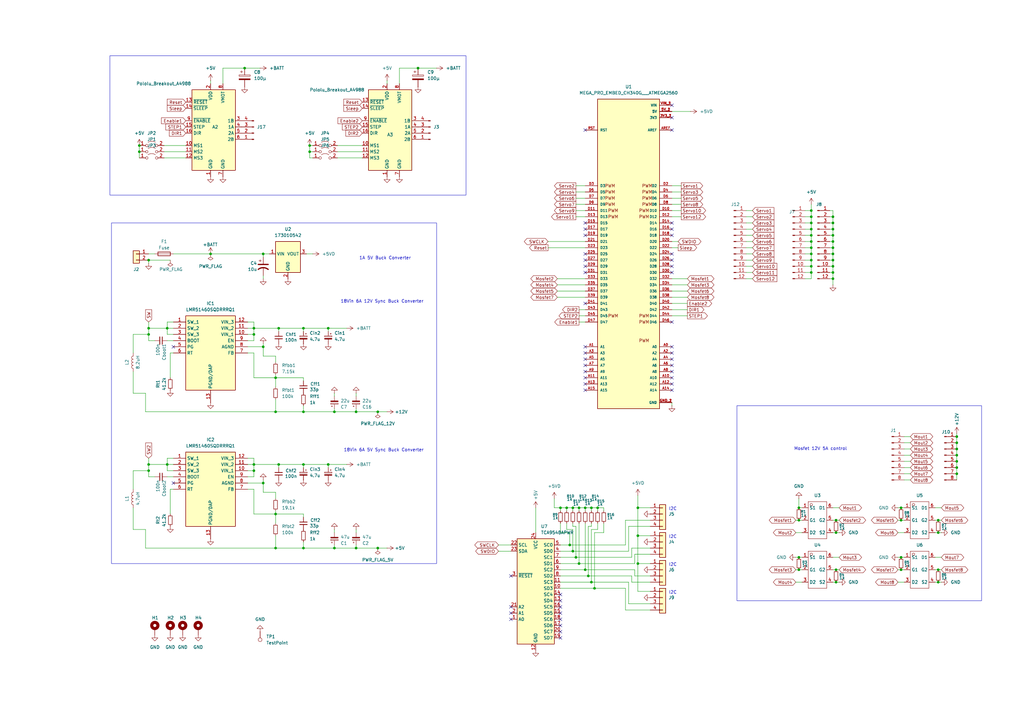
<source format=kicad_sch>
(kicad_sch (version 20250114) (generator "eeschema") (generator_version "9.0")
  (paper "A3")
  (lib_symbols
    (symbol "+5VD_1" (power) (pin_numbers (hide yes)) (pin_names (offset 0) (hide yes))
      (property "Value" "+5VD" (at 0 3.556 0))
      (symbol "+5VD_1_1_1"
        (pin power_in line (at 0 0 90) (length 0) (name "~") (number "1"))
      )
    )
    (symbol "+5VD_2" (power) (pin_numbers (hide yes)) (pin_names (offset 0) (hide yes))
      (property "Value" "+5VD" (at 0 3.556 0))
      (symbol "+5VD_2_1_1"
        (pin power_in line (at 0 0 90) (length 0) (name "~") (number "1"))
      )
    )
    (symbol "+5VD_3" (power) (pin_numbers (hide yes)) (pin_names (offset 0) (hide yes))
      (property "Value" "+5VD" (at 0 3.556 0))
      (symbol "+5VD_3_1_1"
        (pin power_in line (at 0 0 90) (length 0) (name "~") (number "1"))
      )
    )
    (symbol "+5VD_4" (power) (pin_numbers (hide yes)) (pin_names (offset 0) (hide yes))
      (property "Value" "+5VD" (at 0 3.556 0))
      (symbol "+5VD_4_1_1"
        (pin power_in line (at 0 0 90) (length 0) (name "~") (number "1"))
      )
    )
    (symbol "+5VD_5" (power) (pin_numbers (hide yes)) (pin_names (offset 0) (hide yes))
      (property "Value" "+5VD" (at 0 3.556 0))
      (symbol "+5VD_5_1_1"
        (pin power_in line (at 0 0 90) (length 0) (name "~") (number "1"))
      )
    )
    (symbol "+5VD_6" (power) (pin_numbers (hide yes)) (pin_names (offset 0) (hide yes))
      (property "Value" "+5VD" (at 0 3.556 0))
      (symbol "+5VD_6_1_1"
        (pin power_in line (at 0 0 90) (length 0) (name "~") (number "1"))
      )
    )
    (symbol "+5VD_7" (power) (pin_numbers (hide yes)) (pin_names (offset 0) (hide yes))
      (property "Value" "+5VD" (at 0 3.556 0))
      (symbol "+5VD_7_1_1"
        (pin power_in line (at 0 0 90) (length 0) (name "~") (number "1"))
      )
    )
    (symbol "Connector:Conn_01x04_Pin" (pin_names (offset 1.016) (hide yes))
      (property "Reference" "J" (at 0 5.08 0))
      (property "Value" "Conn_01x04_Pin" (at 0 -7.62 0))
      (symbol "Conn_01x04_Pin_1_1"
        (pin passive line (at 5.08 2.54 180) (length 3.81) (name "Pin_1") (number "1"))
        (pin passive line (at 5.08 0 180) (length 3.81) (name "Pin_2") (number "2"))
        (pin passive line (at 5.08 -2.54 180) (length 3.81) (name "Pin_3") (number "3"))
        (pin passive line (at 5.08 -5.08 180) (length 3.81) (name "Pin_4") (number "4"))
      )
    )
    (symbol "Connector:Conn_01x08_Pin" (pin_names (offset 1.016) (hide yes))
      (property "Reference" "J" (at 0 10.16 0))
      (property "Value" "Conn_01x08_Pin" (at 0 -12.7 0))
      (symbol "Conn_01x08_Pin_1_1"
        (pin passive line (at 5.08 7.62 180) (length 3.81) (name "Pin_1") (number "1"))
        (pin passive line (at 5.08 5.08 180) (length 3.81) (name "Pin_2") (number "2"))
        (pin passive line (at 5.08 2.54 180) (length 3.81) (name "Pin_3") (number "3"))
        (pin passive line (at 5.08 0 180) (length 3.81) (name "Pin_4") (number "4"))
        (pin passive line (at 5.08 -2.54 180) (length 3.81) (name "Pin_5") (number "5"))
        (pin passive line (at 5.08 -5.08 180) (length 3.81) (name "Pin_6") (number "6"))
        (pin passive line (at 5.08 -7.62 180) (length 3.81) (name "Pin_7") (number "7"))
        (pin passive line (at 5.08 -10.16 180) (length 3.81) (name "Pin_8") (number "8"))
      )
    )
    (symbol "Connector:Conn_01x12_Pin" (pin_names (offset 1.016) (hide yes))
      (property "Reference" "J" (at 0 15.24 0))
      (property "Value" "Conn_01x12_Pin" (at 0 -17.78 0))
      (symbol "Conn_01x12_Pin_1_1"
        (pin passive line (at 5.08 12.7 180) (length 3.81) (name "Pin_1") (number "1"))
        (pin passive line (at 5.08 10.16 180) (length 3.81) (name "Pin_2") (number "2"))
        (pin passive line (at 5.08 7.62 180) (length 3.81) (name "Pin_3") (number "3"))
        (pin passive line (at 5.08 5.08 180) (length 3.81) (name "Pin_4") (number "4"))
        (pin passive line (at 5.08 2.54 180) (length 3.81) (name "Pin_5") (number "5"))
        (pin passive line (at 5.08 0 180) (length 3.81) (name "Pin_6") (number "6"))
        (pin passive line (at 5.08 -2.54 180) (length 3.81) (name "Pin_7") (number "7"))
        (pin passive line (at 5.08 -5.08 180) (length 3.81) (name "Pin_8") (number "8"))
        (pin passive line (at 5.08 -7.62 180) (length 3.81) (name "Pin_9") (number "9"))
        (pin passive line (at 5.08 -10.16 180) (length 3.81) (name "Pin_10") (number "10"))
        (pin passive line (at 5.08 -12.7 180) (length 3.81) (name "Pin_11") (number "11"))
        (pin passive line (at 5.08 -15.24 180) (length 3.81) (name "Pin_12") (number "12"))
      )
    )
    (symbol "Connector:TestPoint" (pin_numbers (hide yes)) (pin_names (offset 0.762) (hide yes))
      (property "Reference" "TP" (at 0 6.858 0))
      (property "Value" "TestPoint" (at 0 5.08 0))
      (symbol "TestPoint_1_1"
        (pin passive line (at 0 0 90) (length 2.54) (name "1") (number "1"))
      )
    )
    (symbol "Connector_Generic:Conn_01x02" (pin_names (offset 1.016) (hide yes))
      (property "Reference" "J" (at 0 2.54 0))
      (property "Value" "Conn_01x02" (at 0 -5.08 0))
      (symbol "Conn_01x02_1_1"
        (pin passive line (at -5.08 0 0) (length 3.81) (name "Pin_1") (number "1"))
        (pin passive line (at -5.08 -2.54 0) (length 3.81) (name "Pin_2") (number "2"))
      )
    )
    (symbol "Connector_Generic:Conn_01x04" (pin_names (offset 1.016) (hide yes))
      (property "Reference" "J" (at 0 5.08 0))
      (property "Value" "Conn_01x04" (at 0 -7.62 0))
      (symbol "Conn_01x04_1_1"
        (pin passive line (at -5.08 2.54 0) (length 3.81) (name "Pin_1") (number "1"))
        (pin passive line (at -5.08 0 0) (length 3.81) (name "Pin_2") (number "2"))
        (pin passive line (at -5.08 -2.54 0) (length 3.81) (name "Pin_3") (number "3"))
        (pin passive line (at -5.08 -5.08 0) (length 3.81) (name "Pin_4") (number "4"))
      )
    )
    (symbol "Device:C_Polarized" (pin_numbers (hide yes)) (pin_names (offset 0.254))
      (property "Reference" "C" (at 0.635 2.54 0))
      (property "Value" "C_Polarized" (at 0.635 -2.54 0))
      (symbol "C_Polarized_1_1"
        (pin passive line (at 0 3.81 270) (length 2.794) (name "~") (number "1"))
        (pin passive line (at 0 -3.81 90) (length 2.794) (name "~") (number "2"))
      )
    )
    (symbol "Device:C_Polarized_Small" (pin_numbers (hide yes)) (pin_names (offset 0.254) (hide yes))
      (property "Reference" "C" (at 0.254 1.778 0))
      (property "Value" "C_Polarized_Small" (at 0.254 -2.032 0))
      (symbol "C_Polarized_Small_1_1"
        (pin passive line (at 0 2.54 270) (length 1.8542) (name "~") (number "1"))
        (pin passive line (at 0 -2.54 90) (length 1.8542) (name "~") (number "2"))
      )
    )
    (symbol "Device:C_Polarized_US" (pin_numbers (hide yes)) (pin_names (offset 0.254) (hide yes))
      (property "Reference" "C" (at 0.635 2.54 0))
      (property "Value" "C_Polarized_US" (at 0.635 -2.54 0))
      (symbol "C_Polarized_US_1_1"
        (pin passive line (at 0 3.81 270) (length 2.794) (name "~") (number "1"))
        (pin passive line (at 0 -3.81 90) (length 3.302) (name "~") (number "2"))
      )
    )
    (symbol "Device:C_Small" (pin_numbers (hide yes)) (pin_names (offset 0.254) (hide yes))
      (property "Reference" "C" (at 0.254 1.778 0))
      (property "Value" "C_Small" (at 0.254 -2.032 0))
      (symbol "C_Small_1_1"
        (pin passive line (at 0 2.54 270) (length 2.032) (name "~") (number "1"))
        (pin passive line (at 0 -2.54 90) (length 2.032) (name "~") (number "2"))
      )
    )
    (symbol "Device:Fuse" (pin_numbers (hide yes)) (pin_names (offset 0))
      (property "Reference" "F" (at 2.032 0 90))
      (property "Value" "Fuse" (at -1.905 0 90))
      (symbol "Fuse_1_1"
        (pin passive line (at 0 3.81 270) (length 1.27) (name "~") (number "1"))
        (pin passive line (at 0 -3.81 90) (length 1.27) (name "~") (number "2"))
      )
    )
    (symbol "Device:L" (pin_numbers (hide yes)) (pin_names (offset 1.016) (hide yes))
      (property "Reference" "L" (at -1.27 0 90))
      (property "Value" "L" (at 1.905 0 90))
      (symbol "L_1_1"
        (pin passive line (at 0 3.81 270) (length 1.27) (name "1") (number "1"))
        (pin passive line (at 0 -3.81 90) (length 1.27) (name "2") (number "2"))
      )
    )
    (symbol "Device:R_Small" (pin_numbers (hide yes)) (pin_names (offset 0.254) (hide yes))
      (property "Reference" "R" (at 0 0 90))
      (property "Value" "R_Small" (at 1.778 0 90))
      (symbol "R_Small_1_1"
        (pin passive line (at 0 2.54 270) (length 0.762) (name "~") (number "1"))
        (pin passive line (at 0 -2.54 90) (length 0.762) (name "~") (number "2"))
      )
    )
    (symbol "Driver_Motor:Pololu_Breakout_A4988"
      (property "Reference" "A" (at -2.54 19.05 0))
      (property "Value" "Pololu_Breakout_A4988" (at -2.54 16.51 0))
      (symbol "Pololu_Breakout_A4988_1_1"
        (pin input line (at -10.16 10.16 0) (length 2.54) (name "~{RESET}") (number "13"))
        (pin input line (at -10.16 7.62 0) (length 2.54) (name "~{SLEEP}") (number "14"))
        (pin input line (at -10.16 2.54 0) (length 2.54) (name "~{ENABLE}") (number "9"))
        (pin input line (at -10.16 0 0) (length 2.54) (name "STEP") (number "15"))
        (pin input line (at -10.16 -2.54 0) (length 2.54) (name "DIR") (number "16"))
        (pin input line (at -10.16 -7.62 0) (length 2.54) (name "MS1") (number "10"))
        (pin input line (at -10.16 -10.16 0) (length 2.54) (name "MS2") (number "11"))
        (pin input line (at -10.16 -12.7 0) (length 2.54) (name "MS3") (number "12"))
        (pin power_in line (at 0 17.78 270) (length 2.54) (name "VDD") (number "2"))
        (pin power_in line (at 0 -20.32 90) (length 2.54) (name "GND") (number "1"))
        (pin power_in line (at 5.08 17.78 270) (length 2.54) (name "VMOT") (number "8"))
        (pin power_in line (at 5.08 -20.32 90) (length 2.54) (name "GND") (number "7"))
        (pin output line (at 12.7 2.54 180) (length 2.54) (name "1B") (number "3"))
        (pin output line (at 12.7 0 180) (length 2.54) (name "1A") (number "4"))
        (pin output line (at 12.7 -2.54 180) (length 2.54) (name "2A") (number "5"))
        (pin output line (at 12.7 -5.08 180) (length 2.54) (name "2B") (number "6"))
      )
    )
    (symbol "Interface_Expansion:TCA9548APWR"
      (property "Reference" "U" (at -7.62 21.59 0))
      (property "Value" "TCA9548APWR" (at 1.016 21.59 0))
      (symbol "TCA9548APWR_1_1"
        (pin input line (at -10.16 17.78 0) (length 2.54) (name "SCL") (number "22"))
        (pin bidirectional line (at -10.16 15.24 0) (length 2.54) (name "SDA") (number "23"))
        (pin input line (at -10.16 5.08 0) (length 2.54) (name "~{RESET}") (number "3"))
        (pin input line (at -10.16 -7.62 0) (length 2.54) (name "A2") (number "21"))
        (pin input line (at -10.16 -10.16 0) (length 2.54) (name "A1") (number "2"))
        (pin input line (at -10.16 -12.7 0) (length 2.54) (name "A0") (number "1"))
        (pin power_in line (at 0 22.86 270) (length 2.54) (name "VCC") (number "24"))
        (pin power_in line (at 0 -25.4 90) (length 2.54) (name "GND") (number "12"))
        (pin output line (at 10.16 17.78 180) (length 2.54) (name "SC0") (number "5"))
        (pin bidirectional line (at 10.16 15.24 180) (length 2.54) (name "SD0") (number "4"))
        (pin output line (at 10.16 12.7 180) (length 2.54) (name "SC1") (number "7"))
        (pin bidirectional line (at 10.16 10.16 180) (length 2.54) (name "SD1") (number "6"))
        (pin output line (at 10.16 7.62 180) (length 2.54) (name "SC2") (number "9"))
        (pin bidirectional line (at 10.16 5.08 180) (length 2.54) (name "SD2") (number "8"))
        (pin output line (at 10.16 2.54 180) (length 2.54) (name "SC3") (number "11"))
        (pin bidirectional line (at 10.16 0 180) (length 2.54) (name "SD3") (number "10"))
        (pin output line (at 10.16 -2.54 180) (length 2.54) (name "SC4") (number "14"))
        (pin bidirectional line (at 10.16 -5.08 180) (length 2.54) (name "SD4") (number "13"))
        (pin output line (at 10.16 -7.62 180) (length 2.54) (name "SC5") (number "16"))
        (pin bidirectional line (at 10.16 -10.16 180) (length 2.54) (name "SD5") (number "15"))
        (pin output line (at 10.16 -12.7 180) (length 2.54) (name "SC6") (number "18"))
        (pin bidirectional line (at 10.16 -15.24 180) (length 2.54) (name "SD6") (number "17"))
        (pin output line (at 10.16 -17.78 180) (length 2.54) (name "SC7") (number "20"))
        (pin bidirectional line (at 10.16 -20.32 180) (length 2.54) (name "SD7") (number "19"))
      )
    )
    (symbol "Jumper:Jumper_2_Open" (pin_names (offset 0) (hide yes))
      (property "Reference" "JP" (at 0 2.794 0))
      (property "Value" "Jumper_2_Open" (at 0 -2.286 0))
      (symbol "Jumper_2_Open_1_1"
        (pin passive line (at -5.08 0 0) (length 2.54) (name "A") (number "1"))
        (pin passive line (at 5.08 0 180) (length 2.54) (name "B") (number "2"))
      )
    )
    (symbol "LMR51460SQDRRRQ1:LMR51460SQDRRRQ1"
      (property "Reference" "IC" (at 26.67 7.62 0))
      (property "Value" "LMR51460SQDRRRQ1" (at 26.67 5.08 0))
      (symbol "LMR51460SQDRRRQ1_1_1"
        (pin passive line (at 0 0 0) (length 5.08) (name "SW_1") (number "1"))
        (pin passive line (at 0 -2.54 0) (length 5.08) (name "SW_2") (number "2"))
        (pin passive line (at 0 -5.08 0) (length 5.08) (name "SW_3") (number "3"))
        (pin passive line (at 0 -7.62 0) (length 5.08) (name "BOOT") (number "4"))
        (pin passive line (at 0 -10.16 0) (length 5.08) (name "PG") (number "5"))
        (pin passive line (at 0 -12.7 0) (length 5.08) (name "RT") (number "6"))
        (pin passive line (at 15.24 -33.02 90) (length 5.08) (name "PGND/DAP") (number "13"))
        (pin passive line (at 30.48 0 180) (length 5.08) (name "VIN_3") (number "12"))
        (pin passive line (at 30.48 -2.54 180) (length 5.08) (name "VIN_2") (number "11"))
        (pin passive line (at 30.48 -5.08 180) (length 5.08) (name "VIN_1") (number "10"))
        (pin passive line (at 30.48 -7.62 180) (length 5.08) (name "EN") (number "9"))
        (pin passive line (at 30.48 -10.16 180) (length 5.08) (name "AGND") (number "8"))
        (pin passive line (at 30.48 -12.7 180) (length 5.08) (name "FB") (number "7"))
      )
    )
    (symbol "MagIC_Wurth_MagIC-FDSM:173010542"
      (property "Reference" "U" (at 0 8 0))
      (property "Value" "173010542" (at 0 -20.5 0))
      (symbol "173010542_1_1"
        (pin power_in line (at -7.62 0 0) (length 2.54) (name "VIN") (number "1"))
        (pin power_in line (at 0 -10.16 90) (length 2.54) (name "GND") (number "2"))
        (pin power_out line (at 7.62 0 180) (length 2.54) (name "VOUT") (number "3"))
      )
    )
    (symbol "Mechanical:MountingHole_Pad" (pin_numbers (hide yes)) (pin_names (offset 1.016) (hide yes))
      (property "Reference" "H" (at 0 6.35 0))
      (property "Value" "MountingHole_Pad" (at 0 4.445 0))
      (symbol "MountingHole_Pad_1_1"
        (pin input line (at 0 -2.54 90) (length 2.54) (name "1") (number "1"))
      )
    )
    (symbol "SSM6N813R:SSM6N813R"
      (property "Reference" "U" (at -10.16 0 0))
      (symbol "SSM6N813R_1_1"
        (pin input line (at -5.08 5.08 270) (length 2.54) (name "D1") (number "6"))
        (pin input line (at -5.08 -7.62 90) (length 2.54) (name "S1") (number "1"))
        (pin input line (at 0 5.08 270) (length 2.54) (name "G2") (number "5"))
        (pin input line (at 0 -7.62 90) (length 2.54) (name "G1") (number "2"))
        (pin input line (at 5.08 5.08 270) (length 2.54) (name "S2") (number "4"))
        (pin input line (at 5.08 -7.62 90) (length 2.54) (name "D2") (number "3"))
      )
    )
    (symbol "mega_pro_2_connector:MEGA_PRO_EMBED_CH340G___ATMEGA2560" (pin_names (offset 1.016))
      (property "Reference" "U1" (at 0 68.58 0))
      (property "Value" "MEGA_PRO_EMBED_CH340G___ATMEGA2560" (at 0 66.04 0))
      (symbol "MEGA_PRO_EMBED_CH340G___ATMEGA2560_0_0"
        (pin input line (at -17.78 50.8 0) (length 5.08) (name "RST") (number "RST"))
        (pin bidirectional line (at -17.78 27.94 0) (length 5.08) (name "D3") (number "D3"))
        (pin bidirectional line (at -17.78 25.4 0) (length 5.08) (name "D5") (number "D5"))
        (pin bidirectional line (at -17.78 22.86 0) (length 5.08) (name "D7") (number "D7"))
        (pin bidirectional line (at -17.78 20.32 0) (length 5.08) (name "D9") (number "D9"))
        (pin bidirectional line (at -17.78 17.78 0) (length 5.08) (name "D11") (number "D11"))
        (pin bidirectional line (at -17.78 15.24 0) (length 5.08) (name "D13") (number "D13"))
        (pin bidirectional line (at -17.78 12.7 0) (length 5.08) (name "D15") (number "D15"))
        (pin bidirectional line (at -17.78 10.16 0) (length 5.08) (name "D17") (number "D17"))
        (pin bidirectional line (at -17.78 7.62 0) (length 5.08) (name "D19") (number "D19"))
        (pin bidirectional line (at -17.78 5.08 0) (length 5.08) (name "D21") (number "D21"))
        (pin bidirectional line (at -17.78 2.54 0) (length 5.08) (name "D23") (number "D23"))
        (pin bidirectional line (at -17.78 0 0) (length 5.08) (name "D25") (number "D25"))
        (pin bidirectional line (at -17.78 -2.54 0) (length 5.08) (name "D27") (number "D27"))
        (pin bidirectional line (at -17.78 -5.08 0) (length 5.08) (name "D29") (number "D29"))
        (pin bidirectional line (at -17.78 -7.62 0) (length 5.08) (name "D31") (number "D31"))
        (pin bidirectional line (at -17.78 -10.16 0) (length 5.08) (name "D33") (number "D33"))
        (pin bidirectional line (at -17.78 -12.7 0) (length 5.08) (name "D35") (number "D35"))
        (pin bidirectional line (at -17.78 -15.24 0) (length 5.08) (name "D37") (number "D37"))
        (pin bidirectional line (at -17.78 -17.78 0) (length 5.08) (name "D39") (number "D39"))
        (pin bidirectional line (at -17.78 -20.32 0) (length 5.08) (name "D41") (number "D41"))
        (pin bidirectional line (at -17.78 -22.86 0) (length 5.08) (name "D43") (number "D43"))
        (pin bidirectional line (at -17.78 -25.4 0) (length 5.08) (name "D45") (number "D45"))
        (pin bidirectional line (at -17.78 -27.94 0) (length 5.08) (name "D47") (number "D47"))
        (pin bidirectional line (at -17.78 -38.1 0) (length 5.08) (name "A1") (number "A1"))
        (pin bidirectional line (at -17.78 -40.64 0) (length 5.08) (name "A3") (number "A3"))
        (pin bidirectional line (at -17.78 -43.18 0) (length 5.08) (name "A5") (number "A5"))
        (pin bidirectional line (at -17.78 -45.72 0) (length 5.08) (name "A7") (number "A7"))
        (pin bidirectional line (at -17.78 -48.26 0) (length 5.08) (name "A9") (number "A9"))
        (pin bidirectional line (at -17.78 -50.8 0) (length 5.08) (name "A11") (number "A11"))
        (pin bidirectional line (at -17.78 -53.34 0) (length 5.08) (name "A13") (number "A13"))
        (pin bidirectional line (at -17.78 -55.88 0) (length 5.08) (name "A15") (number "A15"))
        (pin power_in line (at 17.78 60.96 180) (length 5.08) (name "VIN") (number "VIN_1"))
        (pin power_in line (at 17.78 60.96 180) (length 5.08) (name "VIN") (number "VIN_2"))
        (pin power_in line (at 17.78 58.42 180) (length 5.08) (name "5V") (number "5V_1"))
        (pin power_in line (at 17.78 58.42 180) (length 5.08) (name "5V") (number "5V_2"))
        (pin power_in line (at 17.78 55.88 180) (length 5.08) (name "3V3") (number "3V3_1"))
        (pin power_in line (at 17.78 55.88 180) (length 5.08) (name "3V3") (number "3V3_2"))
        (pin bidirectional line (at 17.78 50.8 180) (length 5.08) (name "AREF") (number "AREF"))
        (pin bidirectional line (at 17.78 27.94 180) (length 5.08) (name "D2") (number "D2"))
        (pin bidirectional line (at 17.78 25.4 180) (length 5.08) (name "D4") (number "D4"))
        (pin bidirectional line (at 17.78 22.86 180) (length 5.08) (name "D6") (number "D6"))
        (pin bidirectional line (at 17.78 20.32 180) (length 5.08) (name "D8") (number "D8"))
        (pin bidirectional line (at 17.78 17.78 180) (length 5.08) (name "D10") (number "D10"))
        (pin bidirectional line (at 17.78 15.24 180) (length 5.08) (name "D12") (number "D12"))
        (pin bidirectional line (at 17.78 12.7 180) (length 5.08) (name "D14") (number "D14"))
        (pin bidirectional line (at 17.78 10.16 180) (length 5.08) (name "D16") (number "D16"))
        (pin bidirectional line (at 17.78 7.62 180) (length 5.08) (name "D18") (number "D18"))
        (pin bidirectional line (at 17.78 5.08 180) (length 5.08) (name "D20") (number "D20"))
        (pin bidirectional line (at 17.78 2.54 180) (length 5.08) (name "D22") (number "D22"))
        (pin bidirectional line (at 17.78 0 180) (length 5.08) (name "D24") (number "D24"))
        (pin bidirectional line (at 17.78 -2.54 180) (length 5.08) (name "D26") (number "D26"))
        (pin bidirectional line (at 17.78 -5.08 180) (length 5.08) (name "D28") (number "D28"))
        (pin bidirectional line (at 17.78 -7.62 180) (length 5.08) (name "D30") (number "D30"))
        (pin bidirectional line (at 17.78 -10.16 180) (length 5.08) (name "D32") (number "D32"))
        (pin bidirectional line (at 17.78 -12.7 180) (length 5.08) (name "D34") (number "D34"))
        (pin bidirectional line (at 17.78 -15.24 180) (length 5.08) (name "D36") (number "D36"))
        (pin bidirectional line (at 17.78 -17.78 180) (length 5.08) (name "D38") (number "D38"))
        (pin bidirectional line (at 17.78 -20.32 180) (length 5.08) (name "D40") (number "D40"))
        (pin bidirectional line (at 17.78 -22.86 180) (length 5.08) (name "D42") (number "D42"))
        (pin bidirectional line (at 17.78 -25.4 180) (length 5.08) (name "D44") (number "D44"))
        (pin bidirectional line (at 17.78 -27.94 180) (length 5.08) (name "D46") (number "D46"))
        (pin bidirectional line (at 17.78 -38.1 180) (length 5.08) (name "A0") (number "A0"))
        (pin bidirectional line (at 17.78 -40.64 180) (length 5.08) (name "A2") (number "A2"))
        (pin bidirectional line (at 17.78 -43.18 180) (length 5.08) (name "A4") (number "A4"))
        (pin bidirectional line (at 17.78 -45.72 180) (length 5.08) (name "A6") (number "A6"))
        (pin bidirectional line (at 17.78 -48.26 180) (length 5.08) (name "A8") (number "A8"))
        (pin bidirectional line (at 17.78 -50.8 180) (length 5.08) (name "A10") (number "A10"))
        (pin bidirectional line (at 17.78 -53.34 180) (length 5.08) (name "A12") (number "A12"))
        (pin bidirectional line (at 17.78 -55.88 180) (length 5.08) (name "A14") (number "A14"))
        (pin power_in line (at 17.78 -60.96 180) (length 5.08) (name "GND") (number "GND_1"))
        (pin power_in line (at 17.78 -60.96 180) (length 5.08) (name "GND") (number "GND_2"))
      )
      (symbol "MEGA_PRO_EMBED_CH340G___ATMEGA2560_1_1"
        (text "PWM" (at -7.62 27.94 0) (effects (font (size 1.27 1.27))))
        (text "PWM" (at -7.62 25.4 0) (effects (font (size 1.27 1.27))))
        (text "PWM" (at -7.62 22.86 0) (effects (font (size 1.27 1.27))))
        (text "PWM" (at -7.62 20.32 0) (effects (font (size 1.27 1.27))))
        (text "PWM" (at -6.35 17.78 0) (effects (font (size 1.27 1.27))))
        (text "PWM" (at -6.35 15.24 0) (effects (font (size 1.27 1.27))))
        (text "PWM" (at -6.35 -25.4 0) (effects (font (size 1.27 1.27))))
        (text "PWM" (at 6.35 17.78 0) (effects (font (size 1.27 1.27))))
        (text "PWM" (at 6.35 15.24 0) (effects (font (size 1.27 1.27))))
        (text "PWM" (at 6.35 -25.4 0) (effects (font (size 1.27 1.27))))
        (text "PWM" (at 6.35 -27.94 0) (effects (font (size 1.27 1.27))))
        (text "PWM" (at 6.35 -35.56 0) (effects (font (size 1.27 1.27))))
        (text "PWM" (at 7.62 27.94 0) (effects (font (size 1.27 1.27))))
        (text "PWM" (at 7.62 25.4 0) (effects (font (size 1.27 1.27))))
        (text "PWM" (at 7.62 22.86 0) (effects (font (size 1.27 1.27))))
        (text "PWM" (at 7.62 20.32 0) (effects (font (size 1.27 1.27))))
      )
    )
    (symbol "power:+12V" (power) (pin_numbers (hide yes)) (pin_names (offset 0) (hide yes))
      (property "Value" "+12V" (at 0 3.556 0))
      (symbol "+12V_1_1"
        (pin power_in line (at 0 0 90) (length 0) (name "~") (number "1"))
      )
    )
    (symbol "power:+5VD" (power) (pin_numbers (hide yes)) (pin_names (offset 0) (hide yes))
      (property "Value" "+5VD" (at 0 3.556 0))
      (symbol "+5VD_1_1"
        (pin power_in line (at 0 0 90) (length 0) (name "~") (number "1"))
      )
    )
    (symbol "power:+BATT" (power) (pin_numbers (hide yes)) (pin_names (offset 0) (hide yes))
      (property "Value" "+BATT" (at 0 3.556 0))
      (symbol "+BATT_1_1"
        (pin power_in line (at 0 0 90) (length 0) (name "~") (number "1"))
      )
    )
    (symbol "power:GND" (power) (pin_numbers (hide yes)) (pin_names (offset 0) (hide yes))
      (property "Value" "GND" (at 0 -3.81 0))
      (symbol "GND_1_1"
        (pin power_in line (at 0 0 270) (length 0) (name "~") (number "1"))
      )
    )
    (symbol "power:PWR_FLAG" (power) (pin_numbers (hide yes)) (pin_names (offset 0) (hide yes))
      (property "Value" "PWR_FLAG" (at 0 3.81 0))
      (symbol "PWR_FLAG_0_0"
        (pin power_out line (at 0 0 90) (length 0) (name "pwr") (number "1"))
      )
    )
  )
  (rectangle (start 45.72 91.44) (end 179.07 231.14))
  (rectangle (start 302.26 166.37) (end 402.59 246.38))
  (rectangle (start 45.085 22.86) (end 191.135 80.01))
  (text "18Vin 6A 5V Sync Buck Converter" (at 140.97 185.42 0) (effects (font (size 1.27 1.27)) (justify left bottom)))
  (text "Mosfet 12V 5A control" (at 336.55 184.15 0) (effects (font (size 1.27 1.27))))
  (text "18Vin 6A 12V Sync Buck Converter" (at 139.7 124.46 0) (effects (font (size 1.27 1.27)) (justify left bottom)))
  (text "I2C\n" (at 274.32 220.98 0) (effects (font (size 1.27 1.27)) (justify left bottom)))
  (text "1A 5V Buck Converter" (at 147.32 106.68 0) (effects (font (size 1.27 1.27)) (justify left bottom)))
  (text "I2C\n" (at 274.32 243.84 0) (effects (font (size 1.27 1.27)) (justify left bottom)))
  (text "I2C\n" (at 274.32 232.41 0) (effects (font (size 1.27 1.27)) (justify left bottom)))
  (text "I2C\n" (at 274.32 209.55 0) (effects (font (size 1.27 1.27)) (justify left bottom)))
  (junction (at 127 62.23))
  (junction (at 392.43 186.69))
  (junction (at 332.74 109.22))
  (junction (at 341.63 104.14))
  (junction (at 369.57 213.36))
  (junction (at 124.46 134.62))
  (junction (at 113.03 210.82))
  (junction (at 124.46 168.91))
  (junction (at 243.84 241.3))
  (junction (at 341.63 93.98))
  (junction (at 341.63 96.52))
  (junction (at 60.96 106.68))
  (junction (at 240.03 233.68))
  (junction (at 341.63 109.22))
  (junction (at 114.3 190.5))
  (junction (at 369.57 233.68))
  (junction (at 233.68 223.52))
  (junction (at 332.74 88.9))
  (junction (at 341.63 111.76))
  (junction (at 229.87 208.28))
  (junction (at 57.15 59.69))
  (junction (at 332.74 93.98))
  (junction (at 384.81 233.68))
  (junction (at 146.05 224.79))
  (junction (at 107.95 142.24))
  (junction (at 341.63 88.9))
  (junction (at 60.96 193.04))
  (junction (at 60.96 134.62))
  (junction (at 127 59.69))
  (junction (at 384.81 213.36))
  (junction (at 134.62 190.5))
  (junction (at 242.57 238.76))
  (junction (at 237.49 231.14))
  (junction (at 60.96 190.5))
  (junction (at 240.03 208.28))
  (junction (at 107.95 198.12))
  (junction (at 113.03 224.79))
  (junction (at 342.9 238.76))
  (junction (at 137.16 224.79))
  (junction (at 332.74 99.06))
  (junction (at 327.66 213.36))
  (junction (at 261.62 208.28))
  (junction (at 154.94 224.79))
  (junction (at 134.62 134.62))
  (junction (at 332.74 86.36))
  (junction (at 332.74 91.44))
  (junction (at 384.81 238.76))
  (junction (at 332.74 101.6))
  (junction (at 60.96 137.16))
  (junction (at 137.16 168.91))
  (junction (at 327.66 208.28))
  (junction (at 369.57 208.28))
  (junction (at 332.74 106.68))
  (junction (at 342.9 233.68))
  (junction (at 392.43 184.15))
  (junction (at 392.43 179.07))
  (junction (at 104.14 134.62))
  (junction (at 392.43 181.61))
  (junction (at 341.63 106.68))
  (junction (at 341.63 114.3))
  (junction (at 241.3 236.22))
  (junction (at 114.3 134.62))
  (junction (at 154.94 168.91))
  (junction (at 392.43 194.31))
  (junction (at 327.66 233.68))
  (junction (at 237.49 208.28))
  (junction (at 146.05 168.91))
  (junction (at 113.03 154.94))
  (junction (at 342.9 213.36))
  (junction (at 369.57 228.6))
  (junction (at 341.63 99.06))
  (junction (at 332.74 104.14))
  (junction (at 327.66 228.6))
  (junction (at 332.74 111.76))
  (junction (at 234.95 208.28))
  (junction (at 342.9 218.44))
  (junction (at 68.58 190.5))
  (junction (at 341.63 101.6))
  (junction (at 392.43 191.77))
  (junction (at 171.45 27.94))
  (junction (at 261.62 219.71))
  (junction (at 104.14 137.16))
  (junction (at 104.14 193.04))
  (junction (at 332.74 96.52))
  (junction (at 68.58 134.62))
  (junction (at 57.15 62.23))
  (junction (at 113.03 168.91))
  (junction (at 234.95 226.06))
  (junction (at 236.22 228.6))
  (junction (at 124.46 190.5))
  (junction (at 124.46 224.79))
  (junction (at 245.11 208.28))
  (junction (at 86.36 104.14))
  (junction (at 392.43 189.23))
  (junction (at 242.57 208.28))
  (junction (at 261.62 231.14))
  (junction (at 232.41 208.28))
  (junction (at 100.33 27.94))
  (junction (at 384.81 218.44))
  (junction (at 341.63 91.44))
  (junction (at 107.95 104.14))
  (junction (at 104.14 190.5))
  (no_connect (at 275.59 109.22))
  (no_connect (at 240.03 93.98))
  (no_connect (at 240.03 149.86))
  (no_connect (at 275.59 96.52))
  (no_connect (at 240.03 106.68))
  (no_connect (at 71.12 142.24))
  (no_connect (at 209.55 251.46))
  (no_connect (at 240.03 160.02))
  (no_connect (at 240.03 142.24))
  (no_connect (at 275.59 111.76))
  (no_connect (at 275.59 142.24))
  (no_connect (at 275.59 152.4))
  (no_connect (at 275.59 160.02))
  (no_connect (at 275.59 149.86))
  (no_connect (at 275.59 93.98))
  (no_connect (at 229.87 251.46))
  (no_connect (at 275.59 106.68))
  (no_connect (at 275.59 91.44))
  (no_connect (at 229.87 243.84))
  (no_connect (at 275.59 157.48))
  (no_connect (at 229.87 259.08))
  (no_connect (at 240.03 109.22))
  (no_connect (at 240.03 124.46))
  (no_connect (at 275.59 132.08))
  (no_connect (at 229.87 254))
  (no_connect (at 209.55 248.92))
  (no_connect (at 209.55 236.22))
  (no_connect (at 275.59 147.32))
  (no_connect (at 240.03 91.44))
  (no_connect (at 240.03 154.94))
  (no_connect (at 71.12 198.12))
  (no_connect (at 275.59 43.18))
  (no_connect (at 229.87 246.38))
  (no_connect (at 240.03 96.52))
  (no_connect (at 275.59 48.26))
  (no_connect (at 275.59 53.34))
  (no_connect (at 275.59 154.94))
  (no_connect (at 229.87 248.92))
  (no_connect (at 209.55 254))
  (no_connect (at 240.03 53.34))
  (no_connect (at 229.87 256.54))
  (no_connect (at 275.59 144.78))
  (no_connect (at 229.87 261.62))
  (no_connect (at 240.03 147.32))
  (no_connect (at 240.03 157.48))
  (no_connect (at 240.03 144.78))
  (no_connect (at 240.03 111.76))
  (no_connect (at 275.59 104.14))
  (no_connect (at 240.03 152.4))
  (no_connect (at 240.03 104.14))
  (wire (pts (xy 332.74 99.06) (xy 332.74 101.6)))
  (wire (pts (xy 134.62 134.62) (xy 142.24 134.62)))
  (wire (pts (xy 342.9 218.44) (xy 341.63 218.44)))
  (wire (pts (xy 368.3 218.44) (xy 370.84 218.44)))
  (wire (pts (xy 332.74 104.14) (xy 332.74 106.68)))
  (wire (pts (xy 384.81 233.68) (xy 386.08 233.68)))
  (wire (pts (xy 54.61 161.29) (xy 59.69 161.29)))
  (wire (pts (xy 340.36 111.76) (xy 341.63 111.76)))
  (wire (pts (xy 204.47 223.52) (xy 209.55 223.52)))
  (wire (pts (xy 275.59 124.46) (xy 281.94 124.46)))
  (wire (pts (xy 266.7 238.76) (xy 259.08 238.76)))
  (wire (pts (xy 107.95 201.93) (xy 113.03 201.93)))
  (wire (pts (xy 60.96 187.96) (xy 60.96 190.5)))
  (wire (pts (xy 232.41 208.28) (xy 229.87 208.28)))
  (wire (pts (xy 228.6 114.3) (xy 240.03 114.3)))
  (wire (pts (xy 101.6 200.66) (xy 104.14 200.66)))
  (wire (pts (xy 247.65 209.55) (xy 247.65 208.28)))
  (wire (pts (xy 68.58 134.62) (xy 71.12 134.62)))
  (wire (pts (xy 107.95 196.85) (xy 107.95 198.12)))
  (wire (pts (xy 241.3 236.22) (xy 229.87 236.22)))
  (wire (pts (xy 260.35 236.22) (xy 266.7 236.22)))
  (wire (pts (xy 330.2 111.76) (xy 332.74 111.76)))
  (wire (pts (xy 237.49 208.28) (xy 237.49 209.55)))
  (wire (pts (xy 228.6 121.92) (xy 240.03 121.92)))
  (wire (pts (xy 137.16 218.44) (xy 137.16 217.17)))
  (wire (pts (xy 341.63 213.36) (xy 342.9 213.36)))
  (wire (pts (xy 127 59.69) (xy 127 62.23)))
  (wire (pts (xy 340.36 99.06) (xy 341.63 99.06)))
  (wire (pts (xy 60.96 104.14) (xy 63.5 104.14)))
  (wire (pts (xy 240.03 214.63) (xy 240.03 233.68)))
  (wire (pts (xy 113.03 168.91) (xy 59.69 168.91)))
  (wire (pts (xy 260.35 231.14) (xy 260.35 227.33)))
  (wire (pts (xy 386.08 218.44) (xy 384.81 218.44)))
  (wire (pts (xy 113.03 163.83) (xy 113.03 168.91)))
  (wire (pts (xy 327.66 208.28) (xy 327.66 204.47)))
  (wire (pts (xy 259.08 228.6) (xy 259.08 224.79)))
  (wire (pts (xy 146.05 168.91) (xy 146.05 167.64)))
  (wire (pts (xy 124.46 224.79) (xy 113.03 224.79)))
  (wire (pts (xy 247.65 218.44) (xy 243.84 218.44)))
  (wire (pts (xy 340.36 104.14) (xy 341.63 104.14)))
  (wire (pts (xy 327.66 233.68) (xy 328.93 233.68)))
  (wire (pts (xy 237.49 231.14) (xy 260.35 231.14)))
  (wire (pts (xy 101.6 137.16) (xy 104.14 137.16)))
  (wire (pts (xy 340.36 109.22) (xy 341.63 109.22)))
  (wire (pts (xy 101.6 132.08) (xy 104.14 132.08)))
  (wire (pts (xy 137.16 224.79) (xy 146.05 224.79)))
  (wire (pts (xy 386.08 238.76) (xy 384.81 238.76)))
  (wire (pts (xy 370.84 189.23) (xy 373.38 189.23)))
  (wire (pts (xy 234.95 217.17) (xy 234.95 226.06)))
  (wire (pts (xy 113.03 154.94) (xy 113.03 158.75)))
  (wire (pts (xy 341.63 114.3) (xy 341.63 116.84)))
  (wire (pts (xy 124.46 166.37) (xy 124.46 168.91)))
  (wire (pts (xy 266.7 231.14) (xy 261.62 231.14)))
  (wire (pts (xy 368.3 233.68) (xy 369.57 233.68)))
  (wire (pts (xy 341.63 228.6) (xy 344.17 228.6)))
  (wire (pts (xy 306.07 93.98) (xy 308.61 93.98)))
  (wire (pts (xy 236.22 83.82) (xy 240.03 83.82)))
  (wire (pts (xy 275.59 129.54) (xy 281.94 129.54)))
  (wire (pts (xy 392.43 194.31) (xy 392.43 196.85)))
  (wire (pts (xy 227.33 208.28) (xy 227.33 204.47)))
  (wire (pts (xy 275.59 86.36) (xy 279.4 86.36)))
  (wire (pts (xy 68.58 195.58) (xy 71.12 195.58)))
  (wire (pts (xy 245.11 214.63) (xy 245.11 217.17)))
  (wire (pts (xy 330.2 91.44) (xy 332.74 91.44)))
  (wire (pts (xy 113.03 224.79) (xy 59.69 224.79)))
  (wire (pts (xy 275.59 116.84) (xy 281.94 116.84)))
  (wire (pts (xy 54.61 193.04) (xy 54.61 200.66)))
  (wire (pts (xy 392.43 186.69) (xy 392.43 189.23)))
  (wire (pts (xy 330.2 104.14) (xy 332.74 104.14)))
  (wire (pts (xy 233.68 218.44) (xy 233.68 223.52)))
  (wire (pts (xy 107.95 146.05) (xy 113.03 146.05)))
  (wire (pts (xy 229.87 208.28) (xy 229.87 209.55)))
  (wire (pts (xy 104.14 132.08) (xy 104.14 134.62)))
  (wire (pts (xy 233.68 223.52) (xy 256.54 223.52)))
  (wire (pts (xy 370.84 186.69) (xy 373.38 186.69)))
  (wire (pts (xy 383.54 208.28) (xy 386.08 208.28)))
  (wire (pts (xy 125.73 104.14) (xy 128.27 104.14)))
  (wire (pts (xy 370.84 184.15) (xy 373.38 184.15)))
  (wire (pts (xy 134.62 134.62) (xy 134.62 135.89)))
  (wire (pts (xy 237.49 208.28) (xy 234.95 208.28)))
  (wire (pts (xy 107.95 142.24) (xy 107.95 146.05)))
  (wire (pts (xy 342.9 233.68) (xy 344.17 233.68)))
  (wire (pts (xy 104.14 144.78) (xy 104.14 154.94)))
  (wire (pts (xy 243.84 241.3) (xy 229.87 241.3)))
  (wire (pts (xy 341.63 88.9) (xy 341.63 91.44)))
  (wire (pts (xy 240.03 208.28) (xy 237.49 208.28)))
  (wire (pts (xy 341.63 101.6) (xy 341.63 104.14)))
  (wire (pts (xy 124.46 134.62) (xy 124.46 135.89)))
  (wire (pts (xy 54.61 208.28) (xy 54.61 217.17)))
  (wire (pts (xy 69.85 106.68) (xy 60.96 106.68)))
  (wire (pts (xy 114.3 190.5) (xy 124.46 190.5)))
  (wire (pts (xy 240.03 132.08) (xy 237.49 132.08)))
  (wire (pts (xy 68.58 132.08) (xy 68.58 134.62)))
  (wire (pts (xy 332.74 101.6) (xy 332.74 104.14)))
  (wire (pts (xy 256.54 250.19) (xy 256.54 241.3)))
  (wire (pts (xy 137.16 224.79) (xy 137.16 223.52)))
  (wire (pts (xy 68.58 134.62) (xy 68.58 137.16)))
  (wire (pts (xy 275.59 114.3) (xy 281.94 114.3)))
  (wire (pts (xy 383.54 228.6) (xy 386.08 228.6)))
  (wire (pts (xy 101.6 190.5) (xy 104.14 190.5)))
  (wire (pts (xy 243.84 241.3) (xy 256.54 241.3)))
  (wire (pts (xy 71.12 132.08) (xy 68.58 132.08)))
  (wire (pts (xy 114.3 135.89) (xy 114.3 134.62)))
  (wire (pts (xy 306.07 91.44) (xy 308.61 91.44)))
  (wire (pts (xy 342.9 213.36) (xy 344.17 213.36)))
  (wire (pts (xy 242.57 217.17) (xy 242.57 238.76)))
  (wire (pts (xy 240.03 208.28) (xy 240.03 209.55)))
  (wire (pts (xy 330.2 114.3) (xy 332.74 114.3)))
  (wire (pts (xy 124.46 156.21) (xy 124.46 154.94)))
  (wire (pts (xy 306.07 109.22) (xy 308.61 109.22)))
  (wire (pts (xy 107.95 113.03) (xy 107.95 114.3)))
  (wire (pts (xy 137.16 162.56) (xy 137.16 161.29)))
  (wire (pts (xy 86.36 33.02) (xy 86.36 34.29)))
  (wire (pts (xy 241.3 236.22) (xy 259.08 236.22)))
  (wire (pts (xy 158.75 33.02) (xy 158.75 34.29)))
  (wire (pts (xy 261.62 242.57) (xy 266.7 242.57)))
  (wire (pts (xy 146.05 162.56) (xy 146.05 161.29)))
  (wire (pts (xy 245.11 217.17) (xy 242.57 217.17)))
  (wire (pts (xy 236.22 228.6) (xy 259.08 228.6)))
  (wire (pts (xy 306.07 96.52) (xy 308.61 96.52)))
  (wire (pts (xy 261.62 219.71) (xy 261.62 231.14)))
  (wire (pts (xy 171.45 27.94) (xy 179.07 27.94)))
  (wire (pts (xy 57.15 62.23) (xy 57.15 64.77)))
  (wire (pts (xy 228.6 119.38) (xy 240.03 119.38)))
  (wire (pts (xy 344.17 238.76) (xy 342.9 238.76)))
  (wire (pts (xy 104.14 134.62) (xy 114.3 134.62)))
  (wire (pts (xy 124.46 224.79) (xy 137.16 224.79)))
  (wire (pts (xy 101.6 144.78) (xy 104.14 144.78)))
  (wire (pts (xy 370.84 179.07) (xy 373.38 179.07)))
  (wire (pts (xy 341.63 233.68) (xy 342.9 233.68)))
  (wire (pts (xy 232.41 208.28) (xy 232.41 209.55)))
  (wire (pts (xy 256.54 223.52) (xy 256.54 213.36)))
  (wire (pts (xy 306.07 88.9) (xy 308.61 88.9)))
  (wire (pts (xy 275.59 45.72) (xy 283.21 45.72)))
  (wire (pts (xy 69.85 200.66) (xy 71.12 200.66)))
  (wire (pts (xy 68.58 193.04) (xy 71.12 193.04)))
  (wire (pts (xy 100.33 27.94) (xy 106.68 27.94)))
  (wire (pts (xy 101.6 134.62) (xy 104.14 134.62)))
  (wire (pts (xy 113.03 210.82) (xy 113.03 214.63)))
  (wire (pts (xy 104.14 154.94) (xy 113.03 154.94)))
  (wire (pts (xy 242.57 238.76) (xy 257.81 238.76)))
  (wire (pts (xy 341.63 106.68) (xy 341.63 109.22)))
  (wire (pts (xy 124.46 190.5) (xy 134.62 190.5)))
  (wire (pts (xy 240.03 233.68) (xy 260.35 233.68)))
  (wire (pts (xy 232.41 217.17) (xy 234.95 217.17)))
  (wire (pts (xy 113.03 153.67) (xy 113.03 154.94)))
  (wire (pts (xy 71.12 187.96) (xy 68.58 187.96)))
  (wire (pts (xy 163.83 27.94) (xy 171.45 27.94)))
  (wire (pts (xy 69.85 200.66) (xy 69.85 210.82)))
  (wire (pts (xy 341.63 86.36) (xy 341.63 88.9)))
  (wire (pts (xy 384.81 218.44) (xy 383.54 218.44)))
  (wire (pts (xy 340.36 114.3) (xy 341.63 114.3)))
  (wire (pts (xy 57.15 59.69) (xy 57.15 62.23)))
  (wire (pts (xy 327.66 228.6) (xy 328.93 228.6)))
  (wire (pts (xy 260.35 233.68) (xy 260.35 236.22)))
  (wire (pts (xy 326.39 228.6) (xy 327.66 228.6)))
  (wire (pts (xy 69.85 144.78) (xy 71.12 144.78)))
  (wire (pts (xy 104.14 193.04) (xy 104.14 195.58)))
  (wire (pts (xy 68.58 190.5) (xy 71.12 190.5)))
  (wire (pts (xy 107.95 140.97) (xy 107.95 142.24)))
  (wire (pts (xy 127 59.69) (xy 128.27 59.69)))
  (wire (pts (xy 392.43 191.77) (xy 392.43 194.31)))
  (wire (pts (xy 259.08 238.76) (xy 259.08 236.22)))
  (wire (pts (xy 330.2 86.36) (xy 332.74 86.36)))
  (wire (pts (xy 242.57 214.63) (xy 242.57 215.9)))
  (wire (pts (xy 242.57 238.76) (xy 229.87 238.76)))
  (wire (pts (xy 158.75 168.91) (xy 154.94 168.91)))
  (wire (pts (xy 234.95 226.06) (xy 257.81 226.06)))
  (wire (pts (xy 260.35 227.33) (xy 266.7 227.33)))
  (wire (pts (xy 101.6 139.7) (xy 104.14 139.7)))
  (wire (pts (xy 275.59 127) (xy 281.94 127)))
  (wire (pts (xy 383.54 213.36) (xy 384.81 213.36)))
  (wire (pts (xy 241.3 215.9) (xy 241.3 236.22)))
  (wire (pts (xy 104.14 200.66) (xy 104.14 210.82)))
  (wire (pts (xy 104.14 187.96) (xy 104.14 190.5)))
  (wire (pts (xy 392.43 177.8) (xy 392.43 179.07)))
  (wire (pts (xy 242.57 215.9) (xy 241.3 215.9)))
  (wire (pts (xy 237.49 214.63) (xy 237.49 231.14)))
  (wire (pts (xy 275.59 83.82) (xy 279.4 83.82)))
  (wire (pts (xy 242.57 208.28) (xy 240.03 208.28)))
  (wire (pts (xy 330.2 101.6) (xy 332.74 101.6)))
  (wire (pts (xy 236.22 86.36) (xy 240.03 86.36)))
  (wire (pts (xy 233.68 223.52) (xy 229.87 223.52)))
  (wire (pts (xy 134.62 190.5) (xy 134.62 191.77)))
  (wire (pts (xy 124.46 134.62) (xy 134.62 134.62)))
  (wire (pts (xy 340.36 106.68) (xy 341.63 106.68)))
  (wire (pts (xy 384.81 238.76) (xy 383.54 238.76)))
  (wire (pts (xy 60.96 132.08) (xy 60.96 134.62)))
  (wire (pts (xy 261.62 203.2) (xy 261.62 208.28)))
  (wire (pts (xy 137.16 168.91) (xy 137.16 167.64)))
  (wire (pts (xy 54.61 137.16) (xy 54.61 144.78)))
  (wire (pts (xy 127 62.23) (xy 127 64.77)))
  (wire (pts (xy 340.36 101.6) (xy 341.63 101.6)))
  (wire (pts (xy 114.3 134.62) (xy 124.46 134.62)))
  (wire (pts (xy 278.13 99.06) (xy 275.59 99.06)))
  (wire (pts (xy 370.84 181.61) (xy 373.38 181.61)))
  (wire (pts (xy 306.07 111.76) (xy 308.61 111.76)))
  (wire (pts (xy 240.03 233.68) (xy 229.87 233.68)))
  (wire (pts (xy 306.07 101.6) (xy 308.61 101.6)))
  (wire (pts (xy 341.63 109.22) (xy 341.63 111.76)))
  (wire (pts (xy 368.3 208.28) (xy 369.57 208.28)))
  (wire (pts (xy 341.63 104.14) (xy 341.63 106.68)))
  (wire (pts (xy 247.65 208.28) (xy 245.11 208.28)))
  (wire (pts (xy 229.87 208.28) (xy 227.33 208.28)))
  (wire (pts (xy 332.74 88.9) (xy 332.74 91.44)))
  (wire (pts (xy 275.59 81.28) (xy 279.4 81.28)))
  (wire (pts (xy 341.63 99.06) (xy 341.63 101.6)))
  (wire (pts (xy 104.14 137.16) (xy 104.14 139.7)))
  (wire (pts (xy 234.95 208.28) (xy 232.41 208.28)))
  (wire (pts (xy 306.07 86.36) (xy 308.61 86.36)))
  (wire (pts (xy 247.65 214.63) (xy 247.65 218.44)))
  (wire (pts (xy 104.14 190.5) (xy 114.3 190.5)))
  (wire (pts (xy 127 62.23) (xy 128.27 62.23)))
  (wire (pts (xy 236.22 88.9) (xy 240.03 88.9)))
  (wire (pts (xy 245.11 208.28) (xy 242.57 208.28)))
  (wire (pts (xy 60.96 139.7) (xy 63.5 139.7)))
  (wire (pts (xy 370.84 196.85) (xy 373.38 196.85)))
  (wire (pts (xy 124.46 168.91) (xy 113.03 168.91)))
  (wire (pts (xy 232.41 214.63) (xy 232.41 217.17)))
  (wire (pts (xy 127 64.77) (xy 128.27 64.77)))
  (wire (pts (xy 86.36 104.14) (xy 107.95 104.14)))
  (wire (pts (xy 107.95 105.41) (xy 107.95 104.14)))
  (wire (pts (xy 326.39 213.36) (xy 327.66 213.36)))
  (wire (pts (xy 237.49 129.54) (xy 240.03 129.54)))
  (wire (pts (xy 229.87 214.63) (xy 229.87 218.44)))
  (wire (pts (xy 242.57 208.28) (xy 242.57 209.55)))
  (wire (pts (xy 67.31 62.23) (xy 76.2 62.23)))
  (wire (pts (xy 330.2 93.98) (xy 332.74 93.98)))
  (wire (pts (xy 146.05 224.79) (xy 146.05 223.52)))
  (wire (pts (xy 224.79 101.6) (xy 240.03 101.6)))
  (wire (pts (xy 236.22 78.74) (xy 240.03 78.74)))
  (wire (pts (xy 306.07 99.06) (xy 308.61 99.06)))
  (wire (pts (xy 137.16 168.91) (xy 146.05 168.91)))
  (wire (pts (xy 91.44 27.94) (xy 100.33 27.94)))
  (wire (pts (xy 236.22 76.2) (xy 240.03 76.2)))
  (wire (pts (xy 327.66 213.36) (xy 328.93 213.36)))
  (wire (pts (xy 332.74 109.22) (xy 332.74 106.68)))
  (wire (pts (xy 113.03 209.55) (xy 113.03 210.82)))
  (wire (pts (xy 60.96 137.16) (xy 60.96 139.7)))
  (wire (pts (xy 341.63 93.98) (xy 341.63 96.52)))
  (wire (pts (xy 278.13 101.6) (xy 275.59 101.6)))
  (wire (pts (xy 275.59 119.38) (xy 281.94 119.38)))
  (wire (pts (xy 104.14 190.5) (xy 104.14 193.04)))
  (wire (pts (xy 332.74 111.76) (xy 332.74 109.22)))
  (wire (pts (xy 60.96 190.5) (xy 60.96 193.04)))
  (wire (pts (xy 342.9 238.76) (xy 341.63 238.76)))
  (wire (pts (xy 114.3 191.77) (xy 114.3 190.5)))
  (wire (pts (xy 341.63 208.28) (xy 344.17 208.28)))
  (wire (pts (xy 229.87 218.44) (xy 233.68 218.44)))
  (wire (pts (xy 330.2 99.06) (xy 332.74 99.06)))
  (wire (pts (xy 68.58 187.96) (xy 68.58 190.5)))
  (wire (pts (xy 392.43 181.61) (xy 392.43 184.15)))
  (wire (pts (xy 330.2 96.52) (xy 332.74 96.52)))
  (wire (pts (xy 224.79 99.06) (xy 240.03 99.06)))
  (wire (pts (xy 257.81 247.65) (xy 266.7 247.65)))
  (wire (pts (xy 54.61 217.17) (xy 59.69 217.17)))
  (wire (pts (xy 275.59 78.74) (xy 279.4 78.74)))
  (wire (pts (xy 261.62 231.14) (xy 261.62 242.57)))
  (wire (pts (xy 234.95 208.28) (xy 234.95 209.55)))
  (wire (pts (xy 275.59 76.2) (xy 279.4 76.2)))
  (wire (pts (xy 68.58 190.5) (xy 68.58 193.04)))
  (wire (pts (xy 392.43 189.23) (xy 392.43 191.77)))
  (wire (pts (xy 101.6 142.24) (xy 107.95 142.24)))
  (wire (pts (xy 275.59 88.9) (xy 279.4 88.9)))
  (wire (pts (xy 332.74 96.52) (xy 332.74 99.06)))
  (wire (pts (xy 113.03 146.05) (xy 113.03 148.59)))
  (wire (pts (xy 138.43 64.77) (xy 148.59 64.77)))
  (wire (pts (xy 340.36 93.98) (xy 341.63 93.98)))
  (wire (pts (xy 228.6 116.84) (xy 240.03 116.84)))
  (wire (pts (xy 68.58 139.7) (xy 71.12 139.7)))
  (wire (pts (xy 158.75 224.79) (xy 154.94 224.79)))
  (wire (pts (xy 243.84 218.44) (xy 243.84 241.3)))
  (wire (pts (xy 67.31 64.77) (xy 76.2 64.77)))
  (wire (pts (xy 275.59 121.92) (xy 281.94 121.92)))
  (wire (pts (xy 369.57 213.36) (xy 370.84 213.36)))
  (wire (pts (xy 370.84 194.31) (xy 373.38 194.31)))
  (wire (pts (xy 59.69 168.91) (xy 59.69 161.29)))
  (wire (pts (xy 124.46 212.09) (xy 124.46 210.82)))
  (wire (pts (xy 107.95 198.12) (xy 107.95 201.93)))
  (wire (pts (xy 68.58 137.16) (xy 71.12 137.16)))
  (wire (pts (xy 330.2 106.68) (xy 332.74 106.68)))
  (wire (pts (xy 101.6 198.12) (xy 107.95 198.12)))
  (wire (pts (xy 146.05 218.44) (xy 146.05 217.17)))
  (wire (pts (xy 330.2 109.22) (xy 332.74 109.22)))
  (wire (pts (xy 306.07 106.68) (xy 308.61 106.68)))
  (wire (pts (xy 146.05 224.79) (xy 154.94 224.79)))
  (wire (pts (xy 369.57 208.28) (xy 370.84 208.28)))
  (wire (pts (xy 257.81 226.06) (xy 257.81 215.9)))
  (wire (pts (xy 124.46 222.25) (xy 124.46 224.79)))
  (wire (pts (xy 101.6 193.04) (xy 104.14 193.04)))
  (wire (pts (xy 104.14 210.82) (xy 113.03 210.82)))
  (wire (pts (xy 234.95 215.9) (xy 236.22 215.9)))
  (wire (pts (xy 59.69 224.79) (xy 59.69 217.17)))
  (wire (pts (xy 71.12 104.14) (xy 86.36 104.14)))
  (wire (pts (xy 344.17 218.44) (xy 342.9 218.44)))
  (wire (pts (xy 368.3 228.6) (xy 369.57 228.6)))
  (wire (pts (xy 368.3 238.76) (xy 370.84 238.76)))
  (wire (pts (xy 384.81 213.36) (xy 386.08 213.36)))
  (wire (pts (xy 138.43 62.23) (xy 148.59 62.23)))
  (wire (pts (xy 341.63 91.44) (xy 341.63 93.98)))
  (wire (pts (xy 60.96 193.04) (xy 54.61 193.04)))
  (wire (pts (xy 219.71 208.28) (xy 219.71 218.44)))
  (wire (pts (xy 124.46 210.82) (xy 113.03 210.82)))
  (wire (pts (xy 392.43 179.07) (xy 392.43 181.61)))
  (wire (pts (xy 275.59 166.37) (xy 275.59 165.1)))
  (wire (pts (xy 326.39 218.44) (xy 328.93 218.44)))
  (wire (pts (xy 60.96 106.68) (xy 60.96 107.95)))
  (wire (pts (xy 340.36 88.9) (xy 341.63 88.9)))
  (wire (pts (xy 257.81 215.9) (xy 266.7 215.9)))
  (wire (pts (xy 332.74 91.44) (xy 332.74 93.98)))
  (wire (pts (xy 261.62 208.28) (xy 266.7 208.28)))
  (wire (pts (xy 237.49 231.14) (xy 229.87 231.14)))
  (wire (pts (xy 163.83 27.94) (xy 163.83 34.29)))
  (wire (pts (xy 330.2 88.9) (xy 332.74 88.9)))
  (wire (pts (xy 146.05 168.91) (xy 154.94 168.91)))
  (wire (pts (xy 124.46 190.5) (xy 124.46 191.77)))
  (wire (pts (xy 341.63 96.52) (xy 341.63 99.06)))
  (wire (pts (xy 332.74 93.98) (xy 332.74 96.52)))
  (wire (pts (xy 256.54 213.36) (xy 266.7 213.36)))
  (wire (pts (xy 259.08 224.79) (xy 266.7 224.79)))
  (wire (pts (xy 54.61 152.4) (xy 54.61 161.29)))
  (wire (pts (xy 60.96 193.04) (xy 60.96 195.58)))
  (wire (pts (xy 332.74 86.36) (xy 332.74 88.9)))
  (wire (pts (xy 245.11 208.28) (xy 245.11 209.55)))
  (wire (pts (xy 340.36 96.52) (xy 341.63 96.52)))
  (wire (pts (xy 240.03 127) (xy 237.49 127)))
  (wire (pts (xy 306.07 114.3) (xy 308.61 114.3)))
  (wire (pts (xy 369.57 228.6) (xy 370.84 228.6)))
  (wire (pts (xy 261.62 219.71) (xy 266.7 219.71)))
  (wire (pts (xy 104.14 134.62) (xy 104.14 137.16)))
  (wire (pts (xy 113.03 201.93) (xy 113.03 204.47)))
  (wire (pts (xy 113.03 219.71) (xy 113.03 224.79)))
  (wire (pts (xy 236.22 215.9) (xy 236.22 228.6)))
  (wire (pts (xy 340.36 86.36) (xy 341.63 86.36)))
  (wire (pts (xy 236.22 81.28) (xy 240.03 81.28)))
  (wire (pts (xy 204.47 226.06) (xy 209.55 226.06)))
  (wire (pts (xy 306.07 104.14) (xy 308.61 104.14)))
  (wire (pts (xy 68.58 190.5) (xy 60.96 190.5)))
  (wire (pts (xy 236.22 228.6) (xy 229.87 228.6)))
  (wire (pts (xy 370.84 191.77) (xy 373.38 191.77)))
  (wire (pts (xy 60.96 195.58) (xy 63.5 195.58)))
  (wire (pts (xy 332.74 114.3) (xy 332.74 111.76)))
  (wire (pts (xy 326.39 238.76) (xy 328.93 238.76)))
  (wire (pts (xy 68.58 134.62) (xy 60.96 134.62)))
  (wire (pts (xy 91.44 27.94) (xy 91.44 34.29)))
  (wire (pts (xy 266.7 250.19) (xy 256.54 250.19)))
  (wire (pts (xy 341.63 111.76) (xy 341.63 114.3)))
  (wire (pts (xy 124.46 154.94) (xy 113.03 154.94)))
  (wire (pts (xy 60.96 137.16) (xy 54.61 137.16)))
  (wire (pts (xy 340.36 91.44) (xy 341.63 91.44)))
  (wire (pts (xy 234.95 226.06) (xy 229.87 226.06)))
  (wire (pts (xy 383.54 233.68) (xy 384.81 233.68)))
  (wire (pts (xy 134.62 190.5) (xy 142.24 190.5)))
  (wire (pts (xy 69.85 144.78) (xy 69.85 154.94)))
  (wire (pts (xy 332.74 83.82) (xy 332.74 86.36)))
  (wire (pts (xy 326.39 233.68) (xy 327.66 233.68)))
  (wire (pts (xy 392.43 184.15) (xy 392.43 186.69)))
  (wire (pts (xy 369.57 233.68) (xy 370.84 233.68)))
  (wire (pts (xy 124.46 168.91) (xy 137.16 168.91)))
  (wire (pts (xy 60.96 134.62) (xy 60.96 137.16)))
  (wire (pts (xy 257.81 238.76) (xy 257.81 247.65)))
  (wire (pts (xy 67.31 59.69) (xy 76.2 59.69)))
  (wire (pts (xy 107.95 104.14) (xy 110.49 104.14)))
  (wire (pts (xy 327.66 208.28) (xy 328.93 208.28)))
  (wire (pts (xy 101.6 187.96) (xy 104.14 187.96)))
  (wire (pts (xy 234.95 214.63) (xy 234.95 215.9)))
  (wire (pts (xy 261.62 208.28) (xy 261.62 219.71)))
  (wire (pts (xy 138.43 59.69) (xy 148.59 59.69)))
  (wire (pts (xy 101.6 195.58) (xy 104.14 195.58)))
  (wire (pts (xy 368.3 213.36) (xy 369.57 213.36)))
  (global_label "Servo1" (shape output) (at 279.4 76.2 0) (property "Intersheetrefs" "${INTERSHEET_REFS}" (effects (hide yes))))
  (global_label "SWCLK" (shape bidirectional) (at 204.47 223.52 180) (property "Intersheetrefs" "${INTERSHEET_REFS}" (effects (hide yes))))
  (global_label "Servo1" (shape input) (at 308.61 86.36 0) (property "Intersheetrefs" "${INTERSHEET_REFS}" (effects (hide yes))))
  (global_label "Mout6" (shape bidirectional) (at 368.3 218.44 180) (property "Intersheetrefs" "${INTERSHEET_REFS}" (effects (hide yes))))
  (global_label "Mout1" (shape bidirectional) (at 373.38 179.07 0) (property "Intersheetrefs" "${INTERSHEET_REFS}" (effects (hide yes))))
  (global_label "Servo2" (shape output) (at 236.22 76.2 180) (property "Intersheetrefs" "${INTERSHEET_REFS}" (effects (hide yes))))
  (global_label "SWDIO" (shape bidirectional) (at 278.13 99.06 0) (property "Intersheetrefs" "${INTERSHEET_REFS}" (effects (hide yes))))
  (global_label "Mout3" (shape bidirectional) (at 344.17 228.6 0) (property "Intersheetrefs" "${INTERSHEET_REFS}" (effects (hide yes))))
  (global_label "DIR2" (shape input) (at 148.59 54.61 180) (property "Intersheetrefs" "${INTERSHEET_REFS}" (effects (hide yes))))
  (global_label "Mout3" (shape bidirectional) (at 373.38 184.15 0) (property "Intersheetrefs" "${INTERSHEET_REFS}" (effects (hide yes))))
  (global_label "DIR1" (shape output) (at 281.94 127 0) (property "Intersheetrefs" "${INTERSHEET_REFS}" (effects (hide yes))))
  (global_label "Mout8" (shape bidirectional) (at 373.38 196.85 0) (property "Intersheetrefs" "${INTERSHEET_REFS}" (effects (hide yes))))
  (global_label "STEP1" (shape output) (at 281.94 129.54 0) (property "Intersheetrefs" "${INTERSHEET_REFS}" (effects (hide yes))))
  (global_label "Enable1" (shape input) (at 76.2 49.53 180) (property "Intersheetrefs" "${INTERSHEET_REFS}" (effects (hide yes))))
  (global_label "Servo8" (shape input) (at 308.61 104.14 0) (property "Intersheetrefs" "${INTERSHEET_REFS}" (effects (hide yes))))
  (global_label "Servo7" (shape input) (at 308.61 101.6 0) (property "Intersheetrefs" "${INTERSHEET_REFS}" (effects (hide yes))))
  (global_label "Servo2" (shape input) (at 308.61 88.9 0) (property "Intersheetrefs" "${INTERSHEET_REFS}" (effects (hide yes))))
  (global_label "Mosfet6" (shape bidirectional) (at 386.08 213.36 0) (property "Intersheetrefs" "${INTERSHEET_REFS}" (effects (hide yes))))
  (global_label "Servo12" (shape input) (at 308.61 114.3 0) (property "Intersheetrefs" "${INTERSHEET_REFS}" (effects (hide yes))))
  (global_label "Mosfet5" (shape bidirectional) (at 368.3 213.36 180) (property "Intersheetrefs" "${INTERSHEET_REFS}" (effects (hide yes))))
  (global_label "Reset" (shape input) (at 76.2 41.91 180) (property "Intersheetrefs" "${INTERSHEET_REFS}" (effects (hide yes))))
  (global_label "STEP2" (shape input) (at 148.59 52.07 180) (property "Intersheetrefs" "${INTERSHEET_REFS}" (effects (hide yes))))
  (global_label "Mout2" (shape bidirectional) (at 373.38 181.61 0) (property "Intersheetrefs" "${INTERSHEET_REFS}" (effects (hide yes))))
  (global_label "Servo6" (shape input) (at 308.61 99.06 0) (property "Intersheetrefs" "${INTERSHEET_REFS}" (effects (hide yes))))
  (global_label "Reset" (shape output) (at 224.79 101.6 180) (property "Intersheetrefs" "${INTERSHEET_REFS}" (effects (hide yes))))
  (global_label "STEP1" (shape input) (at 76.2 52.07 180) (property "Intersheetrefs" "${INTERSHEET_REFS}" (effects (hide yes))))
  (global_label "Servo7" (shape output) (at 236.22 83.82 180) (property "Intersheetrefs" "${INTERSHEET_REFS}" (effects (hide yes))))
  (global_label "Mosfet1" (shape bidirectional) (at 326.39 213.36 180) (property "Intersheetrefs" "${INTERSHEET_REFS}" (effects (hide yes))))
  (global_label "Servo9" (shape output) (at 236.22 86.36 180) (property "Intersheetrefs" "${INTERSHEET_REFS}" (effects (hide yes))))
  (global_label "Servo10" (shape input) (at 308.61 109.22 0) (property "Intersheetrefs" "${INTERSHEET_REFS}" (effects (hide yes))))
  (global_label "DIR2" (shape output) (at 237.49 127 180) (property "Intersheetrefs" "${INTERSHEET_REFS}" (effects (hide yes))))
  (global_label "SW" (shape input) (at 60.96 132.08 90) (property "Intersheetrefs" "${INTERSHEET_REFS}" (effects (hide yes))))
  (global_label "Mout5" (shape bidirectional) (at 373.38 189.23 0) (property "Intersheetrefs" "${INTERSHEET_REFS}" (effects (hide yes))))
  (global_label "Mosfet2" (shape bidirectional) (at 344.17 213.36 0) (property "Intersheetrefs" "${INTERSHEET_REFS}" (effects (hide yes))))
  (global_label "Servo4" (shape input) (at 308.61 93.98 0) (property "Intersheetrefs" "${INTERSHEET_REFS}" (effects (hide yes))))
  (global_label "Mosfet6" (shape bidirectional) (at 281.94 119.38 0) (property "Intersheetrefs" "${INTERSHEET_REFS}" (effects (hide yes))))
  (global_label "Servo8" (shape output) (at 279.4 83.82 0) (property "Intersheetrefs" "${INTERSHEET_REFS}" (effects (hide yes))))
  (global_label "Mout7" (shape bidirectional) (at 373.38 194.31 0) (property "Intersheetrefs" "${INTERSHEET_REFS}" (effects (hide yes))))
  (global_label "Sleep" (shape input) (at 76.2 44.45 180) (property "Intersheetrefs" "${INTERSHEET_REFS}" (effects (hide yes))))
  (global_label "Servo9" (shape input) (at 308.61 106.68 0) (property "Intersheetrefs" "${INTERSHEET_REFS}" (effects (hide yes))))
  (global_label "Servo11" (shape output) (at 236.22 88.9 180) (property "Intersheetrefs" "${INTERSHEET_REFS}" (effects (hide yes))))
  (global_label "Sleep" (shape output) (at 278.13 101.6 0) (property "Intersheetrefs" "${INTERSHEET_REFS}" (effects (hide yes))))
  (global_label "Servo5" (shape output) (at 279.4 81.28 0) (property "Intersheetrefs" "${INTERSHEET_REFS}" (effects (hide yes))))
  (global_label "Servo4" (shape output) (at 236.22 78.74 180) (property "Intersheetrefs" "${INTERSHEET_REFS}" (effects (hide yes))))
  (global_label "Servo3" (shape output) (at 279.4 78.74 0) (property "Intersheetrefs" "${INTERSHEET_REFS}" (effects (hide yes))))
  (global_label "Enable1" (shape output) (at 237.49 132.08 180) (property "Intersheetrefs" "${INTERSHEET_REFS}" (effects (hide yes))))
  (global_label "Mout8" (shape bidirectional) (at 368.3 238.76 180) (property "Intersheetrefs" "${INTERSHEET_REFS}" (effects (hide yes))))
  (global_label "Servo6" (shape output) (at 236.22 81.28 180) (property "Intersheetrefs" "${INTERSHEET_REFS}" (effects (hide yes))))
  (global_label "Enable2" (shape input) (at 148.59 49.53 180) (property "Intersheetrefs" "${INTERSHEET_REFS}" (effects (hide yes))))
  (global_label "SW2" (shape input) (at 60.96 187.96 90) (property "Intersheetrefs" "${INTERSHEET_REFS}" (effects (hide yes))))
  (global_label "STEP2" (shape output) (at 237.49 129.54 180) (property "Intersheetrefs" "${INTERSHEET_REFS}" (effects (hide yes))))
  (global_label "Mosfet3" (shape bidirectional) (at 326.39 233.68 180) (property "Intersheetrefs" "${INTERSHEET_REFS}" (effects (hide yes))))
  (global_label "Mout4" (shape bidirectional) (at 326.39 238.76 180) (property "Intersheetrefs" "${INTERSHEET_REFS}" (effects (hide yes))))
  (global_label "Reset" (shape input) (at 148.59 41.91 180) (property "Intersheetrefs" "${INTERSHEET_REFS}" (effects (hide yes))))
  (global_label "Mosfet4" (shape bidirectional) (at 228.6 116.84 180) (property "Intersheetrefs" "${INTERSHEET_REFS}" (effects (hide yes))))
  (global_label "Servo10" (shape output) (at 279.4 86.36 0) (property "Intersheetrefs" "${INTERSHEET_REFS}" (effects (hide yes))))
  (global_label "Mosfet2" (shape bidirectional) (at 228.6 114.3 180) (property "Intersheetrefs" "${INTERSHEET_REFS}" (effects (hide yes))))
  (global_label "Mosfet8" (shape bidirectional) (at 386.08 233.68 0) (property "Intersheetrefs" "${INTERSHEET_REFS}" (effects (hide yes))))
  (global_label "Servo3" (shape input) (at 308.61 91.44 0) (property "Intersheetrefs" "${INTERSHEET_REFS}" (effects (hide yes))))
  (global_label "DIR1" (shape input) (at 76.2 54.61 180) (property "Intersheetrefs" "${INTERSHEET_REFS}" (effects (hide yes))))
  (global_label "Servo12" (shape output) (at 279.4 88.9 0) (property "Intersheetrefs" "${INTERSHEET_REFS}" (effects (hide yes))))
  (global_label "Mosfet3" (shape bidirectional) (at 281.94 116.84 0) (property "Intersheetrefs" "${INTERSHEET_REFS}" (effects (hide yes))))
  (global_label "SWCLK" (shape bidirectional) (at 224.79 99.06 180) (property "Intersheetrefs" "${INTERSHEET_REFS}" (effects (hide yes))))
  (global_label "Mout2" (shape bidirectional) (at 326.39 218.44 180) (property "Intersheetrefs" "${INTERSHEET_REFS}" (effects (hide yes))))
  (global_label "Mout4" (shape bidirectional) (at 373.38 186.69 0) (property "Intersheetrefs" "${INTERSHEET_REFS}" (effects (hide yes))))
  (global_label "Mosfet5" (shape bidirectional) (at 228.6 119.38 180) (property "Intersheetrefs" "${INTERSHEET_REFS}" (effects (hide yes))))
  (global_label "Mout1" (shape bidirectional) (at 344.17 208.28 0) (property "Intersheetrefs" "${INTERSHEET_REFS}" (effects (hide yes))))
  (global_label "Servo11" (shape input) (at 308.61 111.76 0) (property "Intersheetrefs" "${INTERSHEET_REFS}" (effects (hide yes))))
  (global_label "Sleep" (shape input) (at 148.59 44.45 180) (property "Intersheetrefs" "${INTERSHEET_REFS}" (effects (hide yes))))
  (global_label "Mout7" (shape bidirectional) (at 386.08 228.6 0) (property "Intersheetrefs" "${INTERSHEET_REFS}" (effects (hide yes))))
  (global_label "Servo5" (shape input) (at 308.61 96.52 0) (property "Intersheetrefs" "${INTERSHEET_REFS}" (effects (hide yes))))
  (global_label "Mosfet7" (shape bidirectional) (at 228.6 121.92 180) (property "Intersheetrefs" "${INTERSHEET_REFS}" (effects (hide yes))))
  (global_label "SWDIO" (shape bidirectional) (at 204.47 226.06 180) (property "Intersheetrefs" "${INTERSHEET_REFS}" (effects (hide yes))))
  (global_label "Mosfet7" (shape bidirectional) (at 368.3 233.68 180) (property "Intersheetrefs" "${INTERSHEET_REFS}" (effects (hide yes))))
  (global_label "Mout6" (shape bidirectional) (at 373.38 191.77 0) (property "Intersheetrefs" "${INTERSHEET_REFS}" (effects (hide yes))))
  (global_label "Mosfet1" (shape bidirectional) (at 281.94 114.3 0) (property "Intersheetrefs" "${INTERSHEET_REFS}" (effects (hide yes))))
  (global_label "Enable2" (shape output) (at 281.94 124.46 0) (property "Intersheetrefs" "${INTERSHEET_REFS}" (effects (hide yes))))
  (global_label "Mosfet4" (shape bidirectional) (at 344.17 233.68 0) (property "Intersheetrefs" "${INTERSHEET_REFS}" (effects (hide yes))))
  (global_label "Mosfet8" (shape bidirectional) (at 281.94 121.92 0) (property "Intersheetrefs" "${INTERSHEET_REFS}" (effects (hide yes))))
  (global_label "Mout5" (shape bidirectional) (at 386.08 208.28 0) (property "Intersheetrefs" "${INTERSHEET_REFS}" (effects (hide yes))))
  (symbol (lib_id "power:+5VD") (at 227.33 204.47 0) (unit 1)
    (property "Reference" "#PWR022" (effects (hide yes)))
    (property "Value" "+5VD" (at 227.33 199.39 0))
    (property "Description" "Power symbol creates a global label with name \"+5VD\"" (effects (hide yes)))
  )
  (symbol (lib_id "Jumper:Jumper_2_Open") (at 62.23 59.69 0) (unit 1)
    (property "Reference" "JP2" (at 62.23 54.61 0))
    (property "Value" "Jumper_2_Open" (effects (hide yes)))
    (property "Footprint" "Jumper:SolderJumper-2_P1.3mm_Open_TrianglePad1.0x1.5mm" (effects (hide yes)))
  )
  (symbol (lib_id "LMR51460SQDRRRQ1:LMR51460SQDRRRQ1") (at 71.12 187.96 0) (unit 1)
    (property "Reference" "IC2" (at 86.36 180.34 0))
    (property "Value" "LMR51460SQDRRRQ1" (at 86.36 182.88 0))
    (property "Footprint" "LMR51460:SON50P300X300X80-13N-D" (effects (hide yes)))
    (property "Datasheet" "https://www.ti.com/lit/ds/symlink/lmr51460-q1.pdf?ts=1736319311098&ref_url=https%253A%252F%252Fwww.mouser.in%252F" (effects (hide yes)))
    (property "Description" "Switching Voltage Regulators Automotive, 36V, 5A Synchronous buck converter with low Iq" (effects (hide yes)))
    (property "Description_1" "Switching Voltage Regulators Automotive, 36V, 5A Synchronous buck converter with low Iq" (effects (hide yes)))
    (property "Height" "0.8" (effects (hide yes)))
    (property "Manufacturer_Name" "Texas Instruments" (effects (hide yes)))
    (property "Manufacturer_Part_Number" "LMR51460SQDRRRQ1" (effects (hide yes)))
  )
  (symbol (lib_id "Device:R_Small") (at 113.03 217.17 0) (mirror y) (unit 1)
    (property "Reference" "Rfbt2" (at 115.57 215.8999 0) (effects (justify right)))
    (property "Value" "100k" (at 115.57 218.4399 0) (effects (justify right)))
    (property "Footprint" "Resistor_SMD:R_1206_3216Metric" (effects (hide yes)))
    (property "Description" "Resistor, small symbol" (effects (hide yes)))
  )
  (symbol (lib_id "power:GND") (at 63.5 260.35 0) (unit 1)
    (property "Reference" "#PWR01" (effects (hide yes)))
    (property "Value" "GND" (at 63.5 265.43 0))
    (property "Description" "Power symbol creates a global label with name \"GND\" , ground" (effects (hide yes)))
  )
  (symbol (lib_id "Device:C_Small") (at 66.04 195.58 270) (unit 1)
    (property "Reference" "Cboot2" (at 67.31 196.85 0) (effects (justify left)))
    (property "Value" "100n" (at 64.77 196.85 0) (effects (justify left)))
    (property "Footprint" "Capacitor_SMD:C_1206_3216Metric" (effects (hide yes)))
  )
  (symbol (lib_id "Device:Fuse") (at 67.31 104.14 90) (unit 1)
    (property "Reference" "F1" (at 67.31 99.06 90))
    (property "Value" "Fuse" (at 67.31 101.6 90))
    (property "Footprint" "Fuse:Fuseholder_Cylinder-5x20mm_EATON_H15-V-1_Vertical_Closed" (effects (hide yes)))
  )
  (symbol (lib_id "Device:R_Small") (at 247.65 212.09 0) (unit 1)
    (property "Reference" "R16" (at 248.92 211.074 0) (effects (font (size 1.016 1.016)) (justify left)))
    (property "Value" "1k" (at 248.92 212.344 0) (effects (justify left)))
    (property "Footprint" "Resistor_SMD:R_1206_3216Metric" (effects (hide yes)))
    (property "Description" "Resistor, small symbol" (effects (hide yes)))
  )
  (symbol (lib_id "Device:C_Polarized_Small") (at 146.05 220.98 0) (mirror x) (unit 1)
    (property "Reference" "C2" (at 148.59 222.7961 0) (effects (justify left)))
    (property "Value" "47u" (at 148.59 220.2561 0) (effects (justify left)))
    (property "Footprint" "Capacitor_SMD:C_1206_3216Metric" (effects (hide yes)))
  )
  (symbol (lib_id "Device:C_Polarized_US") (at 107.95 109.22 0) (unit 1)
    (property "Reference" "C4" (at 105.41 107.95 0) (effects (justify right)))
    (property "Value" "10u" (at 105.41 110.49 0) (effects (justify right)))
    (property "Footprint" "Capacitor_SMD:C_1206_3216Metric" (effects (hide yes)))
  )
  (symbol (lib_id "Device:R_Small") (at 234.95 212.09 0) (unit 1)
    (property "Reference" "R11" (at 234.95 205.486 0) (effects (font (size 1.016 1.016)) (justify left)))
    (property "Value" "1k" (at 234.95 206.756 0) (effects (justify left)))
    (property "Footprint" "Resistor_SMD:R_1206_3216Metric" (effects (hide yes)))
    (property "Description" "Resistor, small symbol" (effects (hide yes)))
  )
  (symbol (lib_id "Interface_Expansion:TCA9548APWR") (at 219.71 241.3 0) (unit 1)
    (property "Reference" "U7" (at 221.8533 215.9 0) (effects (justify left)))
    (property "Value" "TCA9548APWR" (at 221.8533 218.44 0) (effects (justify left)))
    (property "Footprint" "Adafruit TCA9548A:ADA Perso" (effects (hide yes)))
    (property "Datasheet" "http://www.ti.com/lit/ds/symlink/tca9548a.pdf" (effects (hide yes)))
    (property "Description" "Low voltage 8-channel I2C switch with reset, TSSOP-24" (effects (hide yes)))
  )
  (symbol (lib_id "Mechanical:MountingHole_Pad") (at 69.85 257.81 0) (unit 1)
    (property "Reference" "H2" (at 68.58 253.365 0) (effects (justify left)))
    (property "Value" "MountingHole_Pad" (effects (hide yes)))
    (property "Footprint" "MountingHole:MountingHole_3.2mm_M3_Pad_Via" (effects (hide yes)))
  )
  (symbol (lib_id "Device:R_Small") (at 69.85 157.48 180) (unit 1)
    (property "Reference" "Rt1" (at 64.77 157.48 90))
    (property "Value" "41.2k" (at 67.31 157.48 90))
    (property "Footprint" "Resistor_SMD:R_1206_3216Metric" (effects (hide yes)))
    (property "Description" "Resistor, small symbol" (effects (hide yes)))
  )
  (symbol (lib_id "power:GND") (at 106.68 259.08 180) (unit 1)
    (property "Reference" "#PWR09" (effects (hide yes)))
    (property "Value" "GND" (at 106.68 254 0))
    (property "Description" "Power symbol creates a global label with name \"GND\" , ground" (effects (hide yes)))
  )
  (symbol (lib_id "power:GND") (at 107.95 140.97 0) (mirror x) (unit 1)
    (property "Reference" "#PWR010" (effects (hide yes)))
    (property "Value" "GND" (effects (hide yes)))
    (property "Description" "Power symbol creates a global label with name \"GND\" , ground" (effects (hide yes)))
  )
  (symbol (lib_id "Connector:Conn_01x04_Pin") (at 104.14 54.61 180) (unit 1)
    (property "Reference" "J17" (at 105.41 52.07 0) (effects (justify right)))
    (property "Value" "Conn_01x04_Pin" (effects (hide yes)))
    (property "Footprint" "Connector_JST:JST_XH_B4B-XH-A_1x04_P2.50mm_Vertical" (effects (hide yes)))
  )
  (symbol (lib_id "Mechanical:MountingHole_Pad") (at 63.5 257.81 0) (unit 1)
    (property "Reference" "H1" (at 62.23 253.365 0) (effects (justify left)))
    (property "Value" "MountingHole_Pad" (effects (hide yes)))
    (property "Footprint" "MountingHole:MountingHole_3.2mm_M3_Pad_Via" (effects (hide yes)))
  )
  (symbol (lib_id "Device:R_Small") (at 229.87 212.09 0) (unit 1)
    (property "Reference" "R9" (at 226.568 211.074 0) (effects (font (size 1.016 1.016)) (justify left)))
    (property "Value" "1k" (at 226.568 212.344 0) (effects (justify left)))
    (property "Footprint" "Resistor_SMD:R_1206_3216Metric" (effects (hide yes)))
    (property "Description" "Resistor, small symbol" (effects (hide yes)))
  )
  (symbol (lib_id "power:GND") (at 344.17 238.76 90) (unit 1)
    (property "Reference" "#PWR024" (effects (hide yes)))
    (property "Value" "GND" (at 347.98 238.7599 90) (effects (justify right)))
    (property "Description" "Power symbol creates a global label with name \"GND\" , ground" (effects (hide yes)))
  )
  (symbol (lib_id "power:+BATT") (at 179.07 27.94 270) (unit 1)
    (property "Reference" "#PWR019" (effects (hide yes)))
    (property "Value" "+BATT" (at 182.88 27.9399 90) (effects (justify left)))
    (property "Description" "Power symbol creates a global label with name \"+BATT\"" (effects (hide yes)))
  )
  (symbol (lib_id "power:GND") (at 69.85 215.9 0) (unit 1)
    (property "Reference" "#PWR015" (effects (hide yes)))
    (property "Value" "GND" (effects (hide yes)))
    (property "Description" "Power symbol creates a global label with name \"GND\" , ground" (effects (hide yes)))
  )
  (symbol (lib_id "Jumper:Jumper_2_Open") (at 62.23 62.23 0) (unit 1)
    (property "Reference" "JP1" (at 62.23 57.15 0))
    (property "Value" "Jumper_2_Open" (effects (hide yes)))
    (property "Footprint" "Jumper:SolderJumper-2_P1.3mm_Open_TrianglePad1.0x1.5mm" (effects (hide yes)))
  )
  (symbol (lib_id "power:GND") (at 344.17 218.44 90) (unit 1)
    (property "Reference" "#PWR025" (effects (hide yes)))
    (property "Value" "GND" (at 347.98 218.4399 90) (effects (justify right)))
    (property "Description" "Power symbol creates a global label with name \"GND\" , ground" (effects (hide yes)))
  )
  (symbol (lib_id "power:+5VD") (at 128.27 104.14 270) (unit 1)
    (property "Reference" "#PWR026" (effects (hide yes)))
    (property "Value" "+5VD" (at 132.08 104.1399 90) (effects (justify left)))
    (property "Description" "Power symbol creates a global label with name \"+5VD\"" (effects (hide yes)))
  )
  (symbol (lib_id "Connector_Generic:Conn_01x04") (at 271.78 233.68 0) (unit 1)
    (property "Reference" "J6" (at 276.606 233.68 0) (effects (justify right)))
    (property "Value" "Conn_01x03" (effects (hide yes)))
    (property "Footprint" "Connector_PinHeader_2.54mm:PinHeader_1x04_P2.54mm_Vertical" (effects (hide yes)))
    (property "Description" "Generic connector, single row, 01x04, script generated (kicad-library-utils/schlib/autogen/connector/)" (effects (hide yes)))
  )
  (symbol (lib_id "Device:R_Small") (at 240.03 212.09 0) (unit 1)
    (property "Reference" "R13" (at 239.776 205.232 0) (effects (font (size 1.016 1.016)) (justify left)))
    (property "Value" "1k" (at 239.776 206.502 0) (effects (justify left)))
    (property "Footprint" "Resistor_SMD:R_1206_3216Metric" (effects (hide yes)))
    (property "Description" "Resistor, small symbol" (effects (hide yes)))
  )
  (symbol (lib_id "power:+BATT") (at 86.36 104.14 0) (unit 1)
    (property "Reference" "#PWR08" (effects (hide yes)))
    (property "Value" "+BATT" (at 83.185 100.33 0) (effects (justify left)))
    (property "Description" "Power symbol creates a global label with name \"+BATT\"" (effects (hide yes)))
  )
  (symbol (lib_id "Device:R_Small") (at 327.66 231.14 0) (unit 1)
    (property "Reference" "R3" (at 328.93 230.632 0) (effects (font (size 1.016 1.016)) (justify left)))
    (property "Value" "1k" (at 328.93 231.902 0) (effects (justify left)))
    (property "Footprint" "Resistor_SMD:R_1206_3216Metric" (effects (hide yes)))
    (property "Description" "Resistor, small symbol" (effects (hide yes)))
  )
  (symbol (lib_id "power:GND") (at 146.05 161.29 0) (mirror x) (unit 1)
    (property "Reference" "#PWR028" (effects (hide yes)))
    (property "Value" "GND" (effects (hide yes)))
    (property "Description" "Power symbol creates a global label with name \"GND\" , ground" (effects (hide yes)))
  )
  (symbol (lib_id "power:+12V") (at 392.43 177.8 0) (mirror y) (unit 1)
    (property "Reference" "#PWR06" (effects (hide yes)))
    (property "Value" "+12V" (at 392.43 174.625 90) (effects (justify left)))
    (property "Description" "Power symbol creates a global label with name \"+12V\"" (effects (hide yes)))
  )
  (symbol (lib_id "Connector_Generic:Conn_01x04") (at 271.78 222.25 0) (unit 1)
    (property "Reference" "J4" (at 276.606 222.25 0) (effects (justify right)))
    (property "Value" "Conn_01x03" (effects (hide yes)))
    (property "Footprint" "Connector_PinHeader_2.54mm:PinHeader_1x04_P2.54mm_Vertical" (effects (hide yes)))
    (property "Description" "Generic connector, single row, 01x04, script generated (kicad-library-utils/schlib/autogen/connector/)" (effects (hide yes)))
  )
  (symbol (lib_id "mega_pro_2_connector:MEGA_PRO_EMBED_CH340G___ATMEGA2560") (at 257.81 104.14 0) (unit 1)
    (property "Reference" "U1" (at 257.81 35.56 0))
    (property "Value" "MEGA_PRO_EMBED_CH340G___ATMEGA2560" (at 257.81 38.1 0))
    (property "Footprint" "lib-arduino:MODULE_MEGA_PRO_2_CONNECTOR" (effects (hide yes)))
    (property "Datasheet" "https://robu.in/wp-content/uploads/2020/02/PINOUT0G-00005641MEGA-PRO-CH340GATmega2560-1.pdf" (effects (hide yes)))
    (property "MF" "Robotdyn" (effects (hide yes)))
    (property "Package" "None" (effects (hide yes)))
    (property "Price" "None" (effects (hide yes)))
    (property "Check_prices" "https://www.snapeda.com/parts/Mega%20Pro%20Embed%20CH340G%20/%20ATmega2560/Robotdyn/view-part/?ref=eda" (effects (hide yes)))
    (property "STANDARD" "Manufacturer Recommendations" (effects (hide yes)))
    (property "PARTREV" "12/May/2017" (effects (hide yes)))
    (property "SnapEDA_Link" "https://www.snapeda.com/parts/Mega%20Pro%20Embed%20CH340G%20/%20ATmega2560/Robotdyn/view-part/?ref=snap" (effects (hide yes)))
    (property "MP" "Mega Pro Embed CH340G / ATmega2560" (effects (hide yes)))
    (property "Availability" "Not in stock" (effects (hide yes)))
    (property "MANUFACTURER" "Robotdyn" (effects (hide yes)))
  )
  (symbol (lib_id "Device:C_Polarized_Small") (at 124.46 138.43 0) (mirror y) (unit 1)
    (property "Reference" "Cin2" (at 127 136.6138 0) (effects (justify right)))
    (property "Value" "4.7u" (at 127 139.1538 0) (effects (justify right)))
    (property "Footprint" "Capacitor_SMD:C_1206_3216Metric" (effects (hide yes)))
  )
  (symbol (lib_id "power:GND") (at 163.83 72.39 0) (unit 1)
    (property "Reference" "#PWR068" (effects (hide yes)))
    (property "Value" "GND" (effects (hide yes)))
    (property "Description" "Power symbol creates a global label with name \"GND\" , ground" (effects (hide yes)))
  )
  (symbol (lib_id "Device:R_Small") (at 124.46 163.83 0) (mirror y) (unit 1)
    (property "Reference" "Rff1" (at 127 162.5599 0) (effects (justify right)))
    (property "Value" "1k" (at 127 165.0999 0) (effects (justify right)))
    (property "Footprint" "Resistor_SMD:R_1206_3216Metric" (effects (hide yes)))
    (property "Description" "Resistor, small symbol" (effects (hide yes)))
  )
  (symbol (lib_id "power:+BATT") (at 142.24 190.5 270) (mirror x) (unit 1)
    (property "Reference" "#PWR044" (effects (hide yes)))
    (property "Value" "+BATT" (at 146.05 190.4999 90) (effects (justify left)))
    (property "Description" "Power symbol creates a global label with name \"+BATT\"" (effects (hide yes)))
  )
  (symbol (lib_id "Device:R_Small") (at 384.81 215.9 0) (unit 1)
    (property "Reference" "R7" (at 386.08 215.392 0) (effects (font (size 1.016 1.016)) (justify left)))
    (property "Value" "1k" (at 386.08 216.662 0) (effects (justify left)))
    (property "Footprint" "Resistor_SMD:R_1206_3216Metric" (effects (hide yes)))
    (property "Description" "Resistor, small symbol" (effects (hide yes)))
  )
  (symbol (lib_id "power:GND") (at 171.45 35.56 0) (unit 1)
    (property "Reference" "#PWR053" (effects (hide yes)))
    (property "Value" "GND" (effects (hide yes)))
    (property "Description" "Power symbol creates a global label with name \"GND\" , ground" (effects (hide yes)))
  )
  (symbol (lib_id "Device:C_Small") (at 114.3 194.31 0) (unit 1)
    (property "Reference" "Chf2" (at 117.094 193.04 0) (effects (justify left)))
    (property "Value" "100n" (at 116.84 195.326 0) (effects (justify left)))
    (property "Footprint" "Capacitor_SMD:C_1206_3216Metric" (effects (hide yes)))
  )
  (symbol (lib_id "power:GND") (at 386.08 238.76 90) (unit 1)
    (property "Reference" "#PWR021" (effects (hide yes)))
    (property "Value" "GND" (at 389.89 238.7599 90) (effects (justify right)))
    (property "Description" "Power symbol creates a global label with name \"GND\" , ground" (effects (hide yes)))
  )
  (symbol (lib_id "Driver_Motor:Pololu_Breakout_A4988") (at 86.36 52.07 0) (unit 1)
    (property "Reference" "A2" (at 86.995 52.07 0) (effects (justify left)))
    (property "Value" "Pololu_Breakout_A4988" (at 55.88 34.29 0) (effects (justify left)))
    (property "Footprint" "A4988:Pololu_Breakout-16_15.2x20.3mm" (effects (hide yes)))
    (property "Datasheet" "https://www.pololu.com/product/2980/pictures" (effects (hide yes)))
  )
  (symbol (lib_id "Device:C_Polarized_Small") (at 124.46 194.31 0) (mirror y) (unit 1)
    (property "Reference" "Cin3" (at 127 192.4938 0) (effects (justify right)))
    (property "Value" "4.7u" (at 127 195.0338 0) (effects (justify right)))
    (property "Footprint" "Capacitor_SMD:C_1206_3216Metric" (effects (hide yes)))
  )
  (symbol (lib_id "power:GND") (at 219.71 266.7 0) (unit 1)
    (property "Reference" "#PWR059" (effects (hide yes)))
    (property "Value" "GND" (effects (hide yes)))
    (property "Description" "Power symbol creates a global label with name \"GND\" , ground" (effects (hide yes)))
  )
  (symbol (lib_id "power:GND") (at 266.7 245.11 270) (unit 1)
    (property "Reference" "#PWR058" (effects (hide yes)))
    (property "Value" "GND" (effects (hide yes)))
    (property "Description" "Power symbol creates a global label with name \"GND\" , ground" (effects (hide yes)))
  )
  (symbol (lib_id "power:+12V") (at 158.75 168.91 270) (mirror x) (unit 1)
    (property "Reference" "#PWR023" (effects (hide yes)))
    (property "Value" "+12V" (at 161.925 168.91 90) (effects (justify left)))
    (property "Description" "Power symbol creates a global label with name \"+12V\"" (effects (hide yes)))
  )
  (symbol (lib_name "+5VD_4") (lib_id "power:+5VD") (at 332.74 83.82 0) (unit 1)
    (property "Reference" "#PWR05" (effects (hide yes)))
    (property "Value" "+5V" (at 332.74 78.74 0))
    (property "Description" "Power symbol creates a global label with name \"+5VD\"" (effects (hide yes)))
  )
  (symbol (lib_id "Jumper:Jumper_2_Open") (at 62.23 64.77 0) (unit 1)
    (property "Reference" "JP3" (at 62.23 59.69 0))
    (property "Value" "Jumper_2_Open" (effects (hide yes)))
    (property "Footprint" "Jumper:SolderJumper-2_P1.3mm_Open_TrianglePad1.0x1.5mm" (effects (hide yes)))
  )
  (symbol (lib_id "Connector:Conn_01x08_Pin") (at 387.35 186.69 0) (unit 1)
    (property "Reference" "J10" (at 387.985 177.165 0))
    (property "Value" "Conn_01x08_Pin" (effects (hide yes)))
    (property "Footprint" "Connector_PinHeader_2.54mm:PinHeader_1x08_P2.54mm_Vertical" (effects (hide yes)))
  )
  (symbol (lib_id "power:GND") (at 137.16 161.29 0) (mirror x) (unit 1)
    (property "Reference" "#PWR048" (effects (hide yes)))
    (property "Value" "GND" (effects (hide yes)))
    (property "Description" "Power symbol creates a global label with name \"GND\" , ground" (effects (hide yes)))
  )
  (symbol (lib_id "power:GND") (at 86.36 165.1 0) (unit 1)
    (property "Reference" "#PWR050" (effects (hide yes)))
    (property "Value" "GND" (effects (hide yes)))
    (property "Description" "Power symbol creates a global label with name \"GND\" , ground" (effects (hide yes)))
  )
  (symbol (lib_id "power:GND") (at 114.3 196.85 0) (mirror y) (unit 1)
    (property "Reference" "#PWR036" (effects (hide yes)))
    (property "Value" "GND" (effects (hide yes)))
    (property "Description" "Power symbol creates a global label with name \"GND\" , ground" (effects (hide yes)))
  )
  (symbol (lib_id "power:+BATT") (at 106.68 27.94 270) (unit 1)
    (property "Reference" "#PWR011" (effects (hide yes)))
    (property "Value" "+BATT" (at 110.49 27.9399 90) (effects (justify left)))
    (property "Description" "Power symbol creates a global label with name \"+BATT\"" (effects (hide yes)))
  )
  (symbol (lib_id "Device:R_Small") (at 113.03 207.01 0) (mirror y) (unit 1)
    (property "Reference" "Rfbb2" (at 115.57 205.7399 0) (effects (justify right)))
    (property "Value" "19.1k" (at 115.57 208.2799 0) (effects (justify right)))
    (property "Footprint" "Resistor_SMD:R_1206_3216Metric" (effects (hide yes)))
    (property "Description" "Resistor, small symbol" (effects (hide yes)))
  )
  (symbol (lib_id "power:GND") (at 266.7 222.25 270) (unit 1)
    (property "Reference" "#PWR07" (effects (hide yes)))
    (property "Value" "GND" (effects (hide yes)))
    (property "Description" "Power symbol creates a global label with name \"GND\" , ground" (effects (hide yes)))
  )
  (symbol (lib_id "MagIC_Wurth_MagIC-FDSM:173010542") (at 118.11 104.14 0) (unit 1)
    (property "Reference" "U2" (at 118.11 93.98 0))
    (property "Value" "173010542" (at 118.11 96.52 0))
    (property "Footprint" "MagIC_THT_Wurth:U_Wurth_MagIC-FDSM_173010x42" (effects (hide yes)))
    (property "Datasheet" "https://www.we-online.com/components/products/datasheet/173010542.pdf" (effects (hide yes)))
    (property "Vin (V)" "8 - 42" (effects (hide yes)))
    (property "Vout (V)" "5" (effects (hide yes)))
    (property "Iout (A)" "1" (effects (hide yes)))
  )
  (symbol (lib_id "Device:L") (at 54.61 148.59 0) (mirror y) (unit 1)
    (property "Reference" "L2" (at 52.07 148.59 90))
    (property "Value" "8,2uH" (at 56.515 148.59 90))
    (property "Footprint" "HCMA0703-8R2-R:INDPM7168X300N" (effects (hide yes)))
    (property "Datasheet" "https://www.eaton.com/content/dam/eaton/products/electronic-components/resources/data-sheet/eaton-hcma0703-automotive-high-current-power-inductors-data-sheet.pdf" (effects (hide yes)))
  )
  (symbol (lib_id "Device:R_Small") (at 124.46 219.71 0) (mirror y) (unit 1)
    (property "Reference" "Rff2" (at 127 218.4399 0) (effects (justify right)))
    (property "Value" "1k" (at 127 220.9799 0) (effects (justify right)))
    (property "Footprint" "Resistor_SMD:R_1206_3216Metric" (effects (hide yes)))
    (property "Description" "Resistor, small symbol" (effects (hide yes)))
  )
  (symbol (lib_id "power:GND") (at 86.36 220.98 0) (unit 1)
    (property "Reference" "#PWR033" (effects (hide yes)))
    (property "Value" "GND" (effects (hide yes)))
    (property "Description" "Power symbol creates a global label with name \"GND\" , ground" (effects (hide yes)))
  )
  (symbol (lib_id "power:GND") (at 100.33 35.56 0) (unit 1)
    (property "Reference" "#PWR054" (effects (hide yes)))
    (property "Value" "GND" (effects (hide yes)))
    (property "Description" "Power symbol creates a global label with name \"GND\" , ground" (effects (hide yes)))
  )
  (symbol (lib_id "Mechanical:MountingHole_Pad") (at 74.93 257.81 0) (unit 1)
    (property "Reference" "H3" (at 73.66 253.365 0) (effects (justify left)))
    (property "Value" "MountingHole_Pad" (effects (hide yes)))
    (property "Footprint" "MountingHole:MountingHole_3.2mm_M3_Pad_Via" (effects (hide yes)))
  )
  (symbol (lib_id "power:PWR_FLAG") (at 69.85 106.68 180) (unit 1)
    (property "Reference" "#FLG02" (effects (hide yes)))
    (property "Value" "PWR_FLAG" (at 74.93 110.49 0) (effects (justify left)))
  )
  (symbol (lib_id "Driver_Motor:Pololu_Breakout_A4988") (at 158.75 52.07 0) (unit 1)
    (property "Reference" "A3" (at 158.75 55.245 0) (effects (justify left)))
    (property "Value" "Pololu_Breakout_A4988" (at 127 36.83 0) (effects (justify left)))
    (property "Footprint" "A4988:Pololu_Breakout-16_15.2x20.3mm" (effects (hide yes)))
    (property "Datasheet" "https://www.pololu.com/product/2980/pictures" (effects (hide yes)))
  )
  (symbol (lib_id "Jumper:Jumper_2_Open") (at 133.35 64.77 0) (unit 1)
    (property "Reference" "JP6" (at 133.35 59.69 0))
    (property "Value" "Jumper_2_Open" (effects (hide yes)))
    (property "Footprint" "Jumper:SolderJumper-2_P1.3mm_Open_TrianglePad1.0x1.5mm" (effects (hide yes)))
  )
  (symbol (lib_id "SSM6N813R:SSM6N813R") (at 378.46 233.68 270) (unit 1)
    (property "Reference" "U6" (at 377.19 223.52 90))
    (property "Footprint" "Package_SO:TSOP-6_1.65x3.05mm_P0.95mm" (effects (hide yes)))
    (property "Datasheet" "kicad-embed://BB1F5EAA4D0154140D643A6A88A7DB8B3421157009A8D394B96081C5C72761AE.pdf" (effects (hide yes)))
  )
  (symbol (lib_id "Device:R_Small") (at 237.49 212.09 0) (unit 1)
    (property "Reference" "R12" (at 237.49 203.454 0) (effects (font (size 1.016 1.016)) (justify left)))
    (property "Value" "1k" (at 237.49 204.724 0) (effects (justify left)))
    (property "Footprint" "Resistor_SMD:R_1206_3216Metric" (effects (hide yes)))
    (property "Description" "Resistor, small symbol" (effects (hide yes)))
  )
  (symbol (lib_id "Connector:Conn_01x08_Pin") (at 365.76 186.69 0) (unit 1)
    (property "Reference" "J1" (at 366.395 176.53 0))
    (property "Value" "Conn_01x08_Pin" (effects (hide yes)))
    (property "Footprint" "Connector_PinHeader_2.54mm:PinHeader_1x08_P2.54mm_Vertical" (effects (hide yes)))
  )
  (symbol (lib_id "Device:R_Small") (at 113.03 161.29 0) (mirror y) (unit 1)
    (property "Reference" "Rfbt1" (at 115.57 160.0199 0) (effects (justify right)))
    (property "Value" "100k" (at 115.57 162.5599 0) (effects (justify right)))
    (property "Footprint" "Resistor_SMD:R_1206_3216Metric" (effects (hide yes)))
    (property "Description" "Resistor, small symbol" (effects (hide yes)))
  )
  (symbol (lib_id "power:GND") (at 69.85 160.02 0) (unit 1)
    (property "Reference" "#PWR056" (effects (hide yes)))
    (property "Value" "GND" (effects (hide yes)))
    (property "Description" "Power symbol creates a global label with name \"GND\" , ground" (effects (hide yes)))
  )
  (symbol (lib_id "power:GND") (at 114.3 140.97 0) (mirror y) (unit 1)
    (property "Reference" "#PWR061" (effects (hide yes)))
    (property "Value" "GND" (effects (hide yes)))
    (property "Description" "Power symbol creates a global label with name \"GND\" , ground" (effects (hide yes)))
  )
  (symbol (lib_id "Device:C_Polarized") (at 100.33 31.75 0) (unit 1)
    (property "Reference" "C8" (at 104.14 29.591 0) (effects (justify left)))
    (property "Value" "100µ" (at 104.14 32.131 0) (effects (justify left)))
    (property "Footprint" "Capacitor_THT:CP_Radial_D8.0mm_P3.50mm" (effects (hide yes)))
  )
  (symbol (lib_id "Device:C_Small") (at 124.46 158.75 0) (unit 1)
    (property "Reference" "Cff1" (at 127.254 157.48 0) (effects (justify left)))
    (property "Value" "33p" (at 127 159.766 0) (effects (justify left)))
    (property "Footprint" "Capacitor_SMD:C_1206_3216Metric" (effects (hide yes)))
  )
  (symbol (lib_id "Device:C_Small") (at 66.04 139.7 270) (unit 1)
    (property "Reference" "Cboot1" (at 67.31 140.97 0) (effects (justify left)))
    (property "Value" "100n" (at 64.77 140.97 0) (effects (justify left)))
    (property "Footprint" "Capacitor_SMD:C_1206_3216Metric" (effects (hide yes)))
  )
  (symbol (lib_id "Connector_Generic:Conn_01x02") (at 55.88 104.14 0) (mirror y) (unit 1)
    (property "Reference" "J2" (at 55.88 110.49 0))
    (property "Value" "Conn_01x02" (effects (hide yes)))
    (property "Footprint" "TerminalBlockBend:CUI_TBP01R1-508-02BE" (effects (hide yes)))
  )
  (symbol (lib_id "power:GND") (at 275.59 166.37 0) (unit 1)
    (property "Reference" "#PWR013" (effects (hide yes)))
    (property "Value" "GND" (effects (hide yes)))
    (property "Description" "Power symbol creates a global label with name \"GND\" , ground" (effects (hide yes)))
  )
  (symbol (lib_id "power:GND") (at 266.7 233.68 270) (unit 1)
    (property "Reference" "#PWR047" (effects (hide yes)))
    (property "Value" "GND" (effects (hide yes)))
    (property "Description" "Power symbol creates a global label with name \"GND\" , ground" (effects (hide yes)))
  )
  (symbol (lib_id "Device:C_Small") (at 124.46 214.63 0) (unit 1)
    (property "Reference" "Cff2" (at 127.254 213.36 0) (effects (justify left)))
    (property "Value" "33p" (at 127 215.646 0) (effects (justify left)))
    (property "Footprint" "Capacitor_SMD:C_1206_3216Metric" (effects (hide yes)))
  )
  (symbol (lib_id "Jumper:Jumper_2_Open") (at 133.35 59.69 0) (unit 1)
    (property "Reference" "JP4" (at 133.35 54.61 0))
    (property "Value" "Jumper_2_Open" (effects (hide yes)))
    (property "Footprint" "Jumper:SolderJumper-2_P1.3mm_Open_TrianglePad1.0x1.5mm" (effects (hide yes)))
  )
  (symbol (lib_id "Connector_Generic:Conn_01x04") (at 271.78 245.11 0) (unit 1)
    (property "Reference" "J9" (at 276.606 245.11 0) (effects (justify right)))
    (property "Value" "Conn_01x03" (effects (hide yes)))
    (property "Footprint" "Connector_PinHeader_2.54mm:PinHeader_1x04_P2.54mm_Vertical" (effects (hide yes)))
    (property "Description" "Generic connector, single row, 01x04, script generated (kicad-library-utils/schlib/autogen/connector/)" (effects (hide yes)))
  )
  (symbol (lib_id "Device:R_Small") (at 384.81 236.22 0) (unit 1)
    (property "Reference" "R6" (at 386.08 235.712 0) (effects (font (size 1.016 1.016)) (justify left)))
    (property "Value" "1k" (at 386.08 236.982 0) (effects (justify left)))
    (property "Footprint" "Resistor_SMD:R_1206_3216Metric" (effects (hide yes)))
    (property "Description" "Resistor, small symbol" (effects (hide yes)))
  )
  (symbol (lib_id "power:GND") (at 327.66 204.47 180) (unit 1)
    (property "Reference" "#PWR032" (effects (hide yes)))
    (property "Value" "GND" (at 327.66 199.39 0))
    (property "Description" "Power symbol creates a global label with name \"GND\" , ground" (effects (hide yes)))
  )
  (symbol (lib_id "power:GND") (at 74.93 260.35 0) (unit 1)
    (property "Reference" "#PWR03" (effects (hide yes)))
    (property "Value" "GND" (at 74.93 265.43 0))
    (property "Description" "Power symbol creates a global label with name \"GND\" , ground" (effects (hide yes)))
  )
  (symbol (lib_id "power:GND") (at 60.96 107.95 0) (unit 1)
    (property "Reference" "#PWR012" (effects (hide yes)))
    (property "Value" "GND" (effects (hide yes)))
    (property "Description" "Power symbol creates a global label with name \"GND\" , ground" (effects (hide yes)))
  )
  (symbol (lib_id "SSM6N813R:SSM6N813R") (at 378.46 213.36 270) (unit 1)
    (property "Reference" "U5" (at 377.19 203.2 90))
    (property "Footprint" "Package_SO:TSOP-6_1.65x3.05mm_P0.95mm" (effects (hide yes)))
    (property "Datasheet" "kicad-embed://BB1F5EAA4D0154140D643A6A88A7DB8B3421157009A8D394B96081C5C72761AE.pdf" (effects (hide yes)))
  )
  (symbol (lib_id "power:GND") (at 134.62 196.85 0) (mirror y) (unit 1)
    (property "Reference" "#PWR042" (effects (hide yes)))
    (property "Value" "GND" (effects (hide yes)))
    (property "Description" "Power symbol creates a global label with name \"GND\" , ground" (effects (hide yes)))
  )
  (symbol (lib_id "Device:R_Small") (at 342.9 236.22 0) (unit 1)
    (property "Reference" "R4" (at 344.17 235.712 0) (effects (font (size 1.016 1.016)) (justify left)))
    (property "Value" "1k" (at 344.17 236.982 0) (effects (justify left)))
    (property "Footprint" "Resistor_SMD:R_1206_3216Metric" (effects (hide yes)))
    (property "Description" "Resistor, small symbol" (effects (hide yes)))
  )
  (symbol (lib_name "+5VD_3") (lib_id "power:+5VD") (at 219.71 208.28 0) (mirror y) (unit 1)
    (property "Reference" "#PWR060" (effects (hide yes)))
    (property "Value" "+5V" (at 219.71 205.105 90) (effects (justify left)))
    (property "Description" "Power symbol creates a global label with name \"+5VD\"" (effects (hide yes)))
  )
  (symbol (lib_id "Device:C_Polarized_Small") (at 146.05 165.1 0) (mirror x) (unit 1)
    (property "Reference" "C16" (at 148.59 166.9161 0) (effects (justify left)))
    (property "Value" "22u" (at 148.59 164.3761 0) (effects (justify left)))
    (property "Footprint" "Capacitor_SMD:C_1206_3216Metric" (effects (hide yes)))
  )
  (symbol (lib_id "power:PWR_FLAG") (at 86.36 104.14 180) (unit 1)
    (property "Reference" "#FLG01" (effects (hide yes)))
    (property "Value" "PWR_FLAG" (at 86.36 109.22 0))
  )
  (symbol (lib_id "Device:C_Small") (at 114.3 138.43 0) (unit 1)
    (property "Reference" "Chf1" (at 117.094 137.16 0) (effects (justify left)))
    (property "Value" "100n" (at 116.84 139.446 0) (effects (justify left)))
    (property "Footprint" "Capacitor_SMD:C_1206_3216Metric" (effects (hide yes)))
  )
  (symbol (lib_id "SSM6N813R:SSM6N813R") (at 336.55 213.36 270) (unit 1)
    (property "Reference" "U3" (at 335.28 203.2 90))
    (property "Footprint" "Package_SO:TSOP-6_1.65x3.05mm_P0.95mm" (effects (hide yes)))
    (property "Datasheet" "kicad-embed://BB1F5EAA4D0154140D643A6A88A7DB8B3421157009A8D394B96081C5C72761AE.pdf" (effects (hide yes)))
  )
  (symbol (lib_id "power:GND") (at 137.16 217.17 0) (mirror x) (unit 1)
    (property "Reference" "#PWR043" (effects (hide yes)))
    (property "Value" "GND" (effects (hide yes)))
    (property "Description" "Power symbol creates a global label with name \"GND\" , ground" (effects (hide yes)))
  )
  (symbol (lib_id "Device:C_Polarized") (at 171.45 31.75 0) (unit 1)
    (property "Reference" "C9" (at 175.26 29.591 0) (effects (justify left)))
    (property "Value" "100µ" (at 175.26 32.131 0) (effects (justify left)))
    (property "Footprint" "Capacitor_THT:CP_Radial_D8.0mm_P3.50mm" (effects (hide yes)))
  )
  (symbol (lib_id "Device:R_Small") (at 113.03 151.13 0) (mirror y) (unit 1)
    (property "Reference" "Rfbb1" (at 115.57 149.8599 0) (effects (justify right)))
    (property "Value" "7.15k" (at 115.57 152.3999 0) (effects (justify right)))
    (property "Footprint" "Resistor_SMD:R_1206_3216Metric" (effects (hide yes)))
    (property "Description" "Resistor, small symbol" (effects (hide yes)))
  )
  (symbol (lib_name "+5VD_5") (lib_id "power:+5VD") (at 57.15 59.69 0) (unit 1)
    (property "Reference" "#PWR014" (effects (hide yes)))
    (property "Value" "+5V" (at 57.15 54.61 0))
    (property "Description" "Power symbol creates a global label with name \"+5VD\"" (effects (hide yes)))
  )
  (symbol (lib_id "Connector:Conn_01x04_Pin") (at 176.53 54.61 180) (unit 1)
    (property "Reference" "J3" (at 177.8 52.07 0) (effects (justify right)))
    (property "Value" "Conn_01x04_Pin" (effects (hide yes)))
    (property "Footprint" "Connector_JST:JST_XH_B4B-XH-A_1x04_P2.50mm_Vertical" (effects (hide yes)))
  )
  (symbol (lib_id "power:GND") (at 69.85 260.35 0) (unit 1)
    (property "Reference" "#PWR02" (effects (hide yes)))
    (property "Value" "GND" (at 69.85 265.43 0))
    (property "Description" "Power symbol creates a global label with name \"GND\" , ground" (effects (hide yes)))
  )
  (symbol (lib_id "power:GND") (at 326.39 228.6 270) (unit 1)
    (property "Reference" "#PWR027" (effects (hide yes)))
    (property "Value" "GND" (at 322.58 228.5999 90) (effects (justify right)))
    (property "Description" "Power symbol creates a global label with name \"GND\" , ground" (effects (hide yes)))
  )
  (symbol (lib_id "power:+5VD") (at 283.21 45.72 270) (unit 1)
    (property "Reference" "#PWR016" (effects (hide yes)))
    (property "Value" "+5VD" (at 287.02 45.7199 90) (effects (justify left)))
    (property "Description" "Power symbol creates a global label with name \"+5VD\"" (effects (hide yes)))
  )
  (symbol (lib_id "power:PWR_FLAG") (at 154.94 168.91 0) (mirror x) (unit 1)
    (property "Reference" "#FLG05" (effects (hide yes)))
    (property "Value" "PWR_FLAG_12V" (at 154.94 173.736 0))
  )
  (symbol (lib_id "power:GND") (at 368.3 208.28 270) (unit 1)
    (property "Reference" "#PWR031" (effects (hide yes)))
    (property "Value" "GND" (at 364.49 208.2799 90) (effects (justify right)))
    (property "Description" "Power symbol creates a global label with name \"GND\" , ground" (effects (hide yes)))
  )
  (symbol (lib_id "power:GND") (at 124.46 196.85 0) (mirror y) (unit 1)
    (property "Reference" "#PWR040" (effects (hide yes)))
    (property "Value" "GND" (effects (hide yes)))
    (property "Description" "Power symbol creates a global label with name \"GND\" , ground" (effects (hide yes)))
  )
  (symbol (lib_id "power:GND") (at 368.3 228.6 270) (unit 1)
    (property "Reference" "#PWR030" (effects (hide yes)))
    (property "Value" "GND" (at 364.49 228.5999 90) (effects (justify right)))
    (property "Description" "Power symbol creates a global label with name \"GND\" , ground" (effects (hide yes)))
  )
  (symbol (lib_id "Device:C_Polarized_Small") (at 137.16 165.1 0) (mirror x) (unit 1)
    (property "Reference" "C7" (at 139.7 166.9161 0) (effects (justify left)))
    (property "Value" "22u" (at 139.7 164.3761 0) (effects (justify left)))
    (property "Footprint" "Capacitor_SMD:C_1206_3216Metric" (effects (hide yes)))
  )
  (symbol (lib_id "Device:L") (at 54.61 204.47 0) (mirror y) (unit 1)
    (property "Reference" "L1" (at 52.07 204.47 90))
    (property "Value" "4,7uH" (at 56.515 204.47 90))
    (property "Footprint" "HCMA0703-8R2-R:INDPM7168X300N" (effects (hide yes)))
    (property "Datasheet" "https://www.eaton.com/content/dam/eaton/products/electronic-components/resources/data-sheet/eaton-hcma0703-automotive-high-current-power-inductors-data-sheet.pdf" (effects (hide yes)))
  )
  (symbol (lib_id "Device:R_Small") (at 69.85 213.36 180) (unit 1)
    (property "Reference" "Rt2" (at 64.77 213.36 90))
    (property "Value" "41.2k" (at 67.31 213.36 90))
    (property "Footprint" "Resistor_SMD:R_1206_3216Metric" (effects (hide yes)))
    (property "Description" "Resistor, small symbol" (effects (hide yes)))
  )
  (symbol (lib_id "power:GND") (at 146.05 217.17 0) (mirror x) (unit 1)
    (property "Reference" "#PWR045" (effects (hide yes)))
    (property "Value" "GND" (effects (hide yes)))
    (property "Description" "Power symbol creates a global label with name \"GND\" , ground" (effects (hide yes)))
  )
  (symbol (lib_name "+5VD_6") (lib_id "power:+5VD") (at 158.75 224.79 270) (mirror x) (unit 1)
    (property "Reference" "#PWR046" (effects (hide yes)))
    (property "Value" "+5V" (at 161.925 224.79 90) (effects (justify left)))
    (property "Description" "Power symbol creates a global label with name \"+5VD\"" (effects (hide yes)))
  )
  (symbol (lib_id "power:GND") (at 158.75 72.39 0) (unit 1)
    (property "Reference" "#PWR039" (effects (hide yes)))
    (property "Value" "GND" (effects (hide yes)))
    (property "Description" "Power symbol creates a global label with name \"GND\" , ground" (effects (hide yes)))
  )
  (symbol (lib_id "power:GND") (at 107.95 114.3 0) (unit 1)
    (property "Reference" "#PWR051" (effects (hide yes)))
    (property "Value" "GND" (effects (hide yes)))
    (property "Description" "Power symbol creates a global label with name \"GND\" , ground" (effects (hide yes)))
  )
  (symbol (lib_id "Device:R_Small") (at 369.57 210.82 0) (unit 1)
    (property "Reference" "R8" (at 370.84 210.312 0) (effects (font (size 1.016 1.016)) (justify left)))
    (property "Value" "1k" (at 370.84 211.582 0) (effects (justify left)))
    (property "Footprint" "Resistor_SMD:R_1206_3216Metric" (effects (hide yes)))
    (property "Description" "Resistor, small symbol" (effects (hide yes)))
  )
  (symbol (lib_id "power:GND") (at 124.46 140.97 0) (mirror y) (unit 1)
    (property "Reference" "#PWR035" (effects (hide yes)))
    (property "Value" "GND" (effects (hide yes)))
    (property "Description" "Power symbol creates a global label with name \"GND\" , ground" (effects (hide yes)))
  )
  (symbol (lib_id "Device:R_Small") (at 232.41 212.09 0) (unit 1)
    (property "Reference" "R10" (at 232.41 203.454 0) (effects (font (size 1.016 1.016)) (justify left)))
    (property "Value" "1k" (at 232.41 204.724 0) (effects (justify left)))
    (property "Footprint" "Resistor_SMD:R_1206_3216Metric" (effects (hide yes)))
    (property "Description" "Resistor, small symbol" (effects (hide yes)))
  )
  (symbol (lib_id "Device:R_Small") (at 327.66 210.82 0) (unit 1)
    (property "Reference" "R1" (at 328.422 209.804 0) (effects (font (size 1.016 1.016)) (justify left)))
    (property "Value" "1k" (at 328.422 211.328 0) (effects (justify left)))
    (property "Footprint" "Resistor_SMD:R_1206_3216Metric" (effects (hide yes)))
    (property "Description" "Resistor, small symbol" (effects (hide yes)))
  )
  (symbol (lib_name "+5VD_1") (lib_id "power:+5VD") (at 127 59.69 0) (unit 1)
    (property "Reference" "#PWR029" (effects (hide yes)))
    (property "Value" "+5V" (at 127 54.61 0))
    (property "Description" "Power symbol creates a global label with name \"+5VD\"" (effects (hide yes)))
  )
  (symbol (lib_id "Device:R_Small") (at 342.9 215.9 0) (unit 1)
    (property "Reference" "R2" (at 344.17 215.392 0) (effects (font (size 1.016 1.016)) (justify left)))
    (property "Value" "1k" (at 344.17 216.662 0) (effects (justify left)))
    (property "Footprint" "Resistor_SMD:R_1206_3216Metric" (effects (hide yes)))
    (property "Description" "Resistor, small symbol" (effects (hide yes)))
  )
  (symbol (lib_id "power:+5VD") (at 261.62 203.2 0) (unit 1)
    (property "Reference" "#PWR062" (effects (hide yes)))
    (property "Value" "+5VD" (at 261.62 198.12 0))
    (property "Description" "Power symbol creates a global label with name \"+5VD\"" (effects (hide yes)))
  )
  (symbol (lib_id "Connector_Generic:Conn_01x04") (at 271.78 210.82 0) (unit 1)
    (property "Reference" "J5" (at 276.606 210.82 0) (effects (justify right)))
    (property "Value" "Conn_01x03" (effects (hide yes)))
    (property "Footprint" "Connector_PinHeader_2.54mm:PinHeader_1x04_P2.54mm_Vertical" (effects (hide yes)))
    (property "Description" "Generic connector, single row, 01x04, script generated (kicad-library-utils/schlib/autogen/connector/)" (effects (hide yes)))
  )
  (symbol (lib_id "Connector:TestPoint") (at 106.68 259.08 180) (unit 1)
    (property "Reference" "TP1" (at 109.22 261.112 0) (effects (justify right)))
    (property "Value" "TestPoint" (at 109.22 263.652 0) (effects (justify right)))
    (property "Footprint" "TestPoint:TestPoint_Bridge_Pitch2.0mm_Drill0.7mm" (effects (hide yes)))
  )
  (symbol (lib_name "+5VD_2") (lib_id "power:+5VD") (at 158.75 33.02 0) (unit 1)
    (property "Reference" "#PWR041" (effects (hide yes)))
    (property "Value" "+5V" (at 158.75 27.94 0))
    (property "Description" "Power symbol creates a global label with name \"+5VD\"" (effects (hide yes)))
  )
  (symbol (lib_id "Device:C_Polarized_Small") (at 134.62 138.43 0) (mirror y) (unit 1)
    (property "Reference" "Cin1" (at 137.16 136.6138 0) (effects (justify right)))
    (property "Value" "4.7u" (at 137.16 139.1538 0) (effects (justify right)))
    (property "Footprint" "Capacitor_SMD:C_1206_3216Metric" (effects (hide yes)))
  )
  (symbol (lib_id "power:+BATT") (at 142.24 134.62 270) (mirror x) (unit 1)
    (property "Reference" "#PWR057" (effects (hide yes)))
    (property "Value" "+BATT" (at 146.05 134.6199 90) (effects (justify left)))
    (property "Description" "Power symbol creates a global label with name \"+BATT\"" (effects (hide yes)))
  )
  (symbol (lib_id "power:GND") (at 86.36 72.39 0) (unit 1)
    (property "Reference" "#PWR037" (effects (hide yes)))
    (property "Value" "GND" (effects (hide yes)))
    (property "Description" "Power symbol creates a global label with name \"GND\" , ground" (effects (hide yes)))
  )
  (symbol (lib_id "LMR51460SQDRRRQ1:LMR51460SQDRRRQ1") (at 71.12 132.08 0) (unit 1)
    (property "Reference" "IC1" (at 86.36 124.46 0))
    (property "Value" "LMR51460SQDRRRQ1" (at 86.36 127 0))
    (property "Footprint" "LMR51460:SON50P300X300X80-13N-D" (effects (hide yes)))
    (property "Datasheet" "https://www.ti.com/lit/ds/symlink/lmr51460-q1.pdf?ts=1736319311098&ref_url=https%253A%252F%252Fwww.mouser.in%252F" (effects (hide yes)))
    (property "Description" "Switching Voltage Regulators Automotive, 36V, 5A Synchronous buck converter with low Iq" (effects (hide yes)))
    (property "Description_1" "Switching Voltage Regulators Automotive, 36V, 5A Synchronous buck converter with low Iq" (effects (hide yes)))
    (property "Height" "0.8" (effects (hide yes)))
    (property "Manufacturer_Name" "Texas Instruments" (effects (hide yes)))
    (property "Manufacturer_Part_Number" "LMR51460SQDRRRQ1" (effects (hide yes)))
  )
  (symbol (lib_id "Device:R_Small") (at 242.57 212.09 0) (unit 1)
    (property "Reference" "R14" (at 242.57 203.454 0) (effects (font (size 1.016 1.016)) (justify left)))
    (property "Value" "1k" (at 242.57 204.724 0) (effects (justify left)))
    (property "Footprint" "Resistor_SMD:R_1206_3216Metric" (effects (hide yes)))
    (property "Description" "Resistor, small symbol" (effects (hide yes)))
  )
  (symbol (lib_id "Device:C_Polarized_Small") (at 134.62 194.31 0) (mirror y) (unit 1)
    (property "Reference" "Cin4" (at 137.16 192.4938 0) (effects (justify right)))
    (property "Value" "4.7u" (at 137.16 195.0338 0) (effects (justify right)))
    (property "Footprint" "Capacitor_SMD:C_1206_3216Metric" (effects (hide yes)))
  )
  (symbol (lib_id "power:GND") (at 118.11 114.3 0) (unit 1)
    (property "Reference" "#PWR052" (effects (hide yes)))
    (property "Value" "GND" (effects (hide yes)))
    (property "Description" "Power symbol creates a global label with name \"GND\" , ground" (effects (hide yes)))
  )
  (symbol (lib_id "Mechanical:MountingHole_Pad") (at 81.28 257.81 0) (unit 1)
    (property "Reference" "H4" (at 80.01 253.365 0) (effects (justify left)))
    (property "Value" "MountingHole_Pad" (effects (hide yes)))
    (property "Footprint" "MountingHole:MountingHole_3.2mm_M3_Pad_Via" (effects (hide yes)))
  )
  (symbol (lib_id "Connector:Conn_01x12_Pin") (at 300.99 99.06 0) (unit 1)
    (property "Reference" "J12" (at 301.625 83.82 0))
    (property "Value" "Conn_01x12_Pin" (effects (hide yes)))
    (property "Footprint" "Connector_PinHeader_2.54mm:PinHeader_1x12_P2.54mm_Vertical" (effects (hide yes)))
    (property "Description" "Generic connector, single row, 01x12, script generated" (effects (hide yes)))
  )
  (symbol (lib_id "Device:R_Small") (at 369.57 231.14 0) (unit 1)
    (property "Reference" "R5" (at 370.84 230.632 0) (effects (font (size 1.016 1.016)) (justify left)))
    (property "Value" "1k" (at 370.84 231.902 0) (effects (justify left)))
    (property "Footprint" "Resistor_SMD:R_1206_3216Metric" (effects (hide yes)))
    (property "Description" "Resistor, small symbol" (effects (hide yes)))
  )
  (symbol (lib_id "Device:R_Small") (at 245.11 212.09 0) (unit 1)
    (property "Reference" "R15" (at 244.856 205.486 0) (effects (font (size 1.016 1.016)) (justify left)))
    (property "Value" "1k" (at 244.856 206.756 0) (effects (justify left)))
    (property "Footprint" "Resistor_SMD:R_1206_3216Metric" (effects (hide yes)))
    (property "Description" "Resistor, small symbol" (effects (hide yes)))
  )
  (symbol (lib_id "Connector:Conn_01x12_Pin") (at 325.12 99.06 0) (unit 1)
    (property "Reference" "J7" (at 324.866 86.868 0))
    (property "Value" "Conn_01x12_Pin" (effects (hide yes)))
    (property "Footprint" "Connector_PinHeader_2.54mm:PinHeader_1x12_P2.54mm_Vertical" (effects (hide yes)))
    (property "Description" "Generic connector, single row, 01x12, script generated" (effects (hide yes)))
  )
  (symbol (lib_id "SSM6N813R:SSM6N813R") (at 336.55 233.68 270) (unit 1)
    (property "Reference" "U4" (at 335.28 223.52 90))
    (property "Footprint" "Package_SO:TSOP-6_1.65x3.05mm_P0.95mm" (effects (hide yes)))
    (property "Datasheet" "kicad-embed://BB1F5EAA4D0154140D643A6A88A7DB8B3421157009A8D394B96081C5C72761AE.pdf" (effects (hide yes)))
  )
  (symbol (lib_id "power:GND") (at 134.62 140.97 0) (mirror y) (unit 1)
    (property "Reference" "#PWR020" (effects (hide yes)))
    (property "Value" "GND" (effects (hide yes)))
    (property "Description" "Power symbol creates a global label with name \"GND\" , ground" (effects (hide yes)))
  )
  (symbol (lib_id "power:GND") (at 107.95 196.85 0) (mirror x) (unit 1)
    (property "Reference" "#PWR034" (effects (hide yes)))
    (property "Value" "GND" (effects (hide yes)))
    (property "Description" "Power symbol creates a global label with name \"GND\" , ground" (effects (hide yes)))
  )
  (symbol (lib_id "power:GND") (at 81.28 260.35 0) (unit 1)
    (property "Reference" "#PWR04" (effects (hide yes)))
    (property "Value" "GND" (at 81.28 265.43 0))
    (property "Description" "Power symbol creates a global label with name \"GND\" , ground" (effects (hide yes)))
  )
  (symbol (lib_id "Jumper:Jumper_2_Open") (at 133.35 62.23 0) (unit 1)
    (property "Reference" "JP5" (at 133.35 57.15 0))
    (property "Value" "Jumper_2_Open" (effects (hide yes)))
    (property "Footprint" "Jumper:SolderJumper-2_P1.3mm_Open_TrianglePad1.0x1.5mm" (effects (hide yes)))
  )
  (symbol (lib_id "power:PWR_FLAG") (at 154.94 224.79 0) (mirror x) (unit 1)
    (property "Reference" "#FLG03" (effects (hide yes)))
    (property "Value" "PWR_FLAG_5V" (at 154.94 229.616 0))
  )
  (symbol (lib_id "Connector:Conn_01x12_Pin") (at 335.28 99.06 0) (unit 1)
    (property "Reference" "J8" (at 335.915 83.82 0))
    (property "Value" "Conn_01x12_Pin" (effects (hide yes)))
    (property "Footprint" "Connector_PinHeader_2.54mm:PinHeader_1x12_P2.54mm_Vertical" (effects (hide yes)))
    (property "Description" "Generic connector, single row, 01x12, script generated" (effects (hide yes)))
  )
  (symbol (lib_id "Device:C_Polarized_Small") (at 137.16 220.98 0) (mirror x) (unit 1)
    (property "Reference" "C1" (at 139.7 222.7961 0) (effects (justify left)))
    (property "Value" "47u" (at 139.7 220.2561 0) (effects (justify left)))
    (property "Footprint" "Capacitor_SMD:C_1206_3216Metric" (effects (hide yes)))
  )
  (symbol (lib_name "+5VD_7") (lib_id "power:+5VD") (at 86.36 33.02 0) (unit 1)
    (property "Reference" "#PWR038" (effects (hide yes)))
    (property "Value" "+5V" (at 86.36 27.94 0))
    (property "Description" "Power symbol creates a global label with name \"+5VD\"" (effects (hide yes)))
  )
  (symbol (lib_id "power:GND") (at 386.08 218.44 90) (unit 1)
    (property "Reference" "#PWR018" (effects (hide yes)))
    (property "Value" "GND" (at 389.89 218.4399 90) (effects (justify right)))
    (property "Description" "Power symbol creates a global label with name \"GND\" , ground" (effects (hide yes)))
  )
  (symbol (lib_id "power:GND") (at 341.63 116.84 0) (unit 1)
    (property "Reference" "#PWR017" (effects (hide yes)))
    (property "Value" "GND" (effects (hide yes)))
    (property "Description" "Power symbol creates a global label with name \"GND\" , ground" (effects (hide yes)))
  )
  (symbol (lib_id "power:GND") (at 266.7 210.82 270) (unit 1)
    (property "Reference" "#PWR049" (effects (hide yes)))
    (property "Value" "GND" (effects (hide yes)))
    (property "Description" "Power symbol creates a global label with name \"GND\" , ground" (effects (hide yes)))
  )
  (symbol (lib_id "power:GND") (at 91.44 72.39 0) (unit 1)
    (property "Reference" "#PWR055" (effects (hide yes)))
    (property "Value" "GND" (effects (hide yes)))
    (property "Description" "Power symbol creates a global label with name \"GND\" , ground" (effects (hide yes)))
  )
)
</source>
